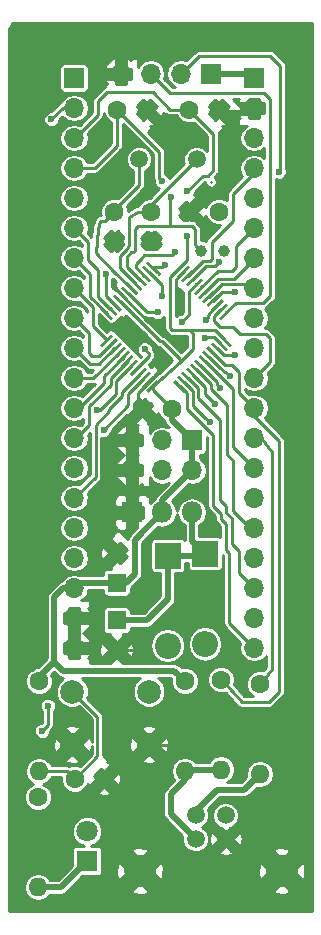
<source format=gbr>
G04 #@! TF.FileFunction,Copper,L1,Top,Signal*
%FSLAX46Y46*%
G04 Gerber Fmt 4.6, Leading zero omitted, Abs format (unit mm)*
G04 Created by KiCad (PCBNEW 4.0.7) date 10/16/19 18:47:00*
%MOMM*%
%LPD*%
G01*
G04 APERTURE LIST*
%ADD10C,0.100000*%
%ADD11R,1.700000X1.700000*%
%ADD12O,1.700000X1.700000*%
%ADD13C,1.600000*%
%ADD14C,1.500000*%
%ADD15C,1.000000*%
%ADD16R,1.600000X1.600000*%
%ADD17R,1.800000X1.800000*%
%ADD18C,1.800000*%
%ADD19R,2.200000X2.200000*%
%ADD20O,2.200000X2.200000*%
%ADD21C,1.520000*%
%ADD22C,2.700000*%
%ADD23C,2.000000*%
%ADD24O,1.600000X1.600000*%
%ADD25O,1.800000X1.800000*%
%ADD26C,0.600000*%
%ADD27C,0.250000*%
%ADD28C,0.500000*%
G04 APERTURE END LIST*
D10*
G36*
X67230821Y-49827911D02*
X67407598Y-49651134D01*
X68326837Y-50570373D01*
X68150060Y-50747150D01*
X67230821Y-49827911D01*
X67230821Y-49827911D01*
G37*
G36*
X66877268Y-50181464D02*
X67054045Y-50004687D01*
X67973284Y-50923926D01*
X67796507Y-51100703D01*
X66877268Y-50181464D01*
X66877268Y-50181464D01*
G37*
G36*
X66523714Y-50535018D02*
X66700491Y-50358241D01*
X67619730Y-51277480D01*
X67442953Y-51454257D01*
X66523714Y-50535018D01*
X66523714Y-50535018D01*
G37*
G36*
X66170161Y-50888571D02*
X66346938Y-50711794D01*
X67266177Y-51631033D01*
X67089400Y-51807810D01*
X66170161Y-50888571D01*
X66170161Y-50888571D01*
G37*
G36*
X65816608Y-51242124D02*
X65993385Y-51065347D01*
X66912624Y-51984586D01*
X66735847Y-52161363D01*
X65816608Y-51242124D01*
X65816608Y-51242124D01*
G37*
G36*
X65463054Y-51595678D02*
X65639831Y-51418901D01*
X66559070Y-52338140D01*
X66382293Y-52514917D01*
X65463054Y-51595678D01*
X65463054Y-51595678D01*
G37*
G36*
X65109501Y-51949231D02*
X65286278Y-51772454D01*
X66205517Y-52691693D01*
X66028740Y-52868470D01*
X65109501Y-51949231D01*
X65109501Y-51949231D01*
G37*
G36*
X64755947Y-52302785D02*
X64932724Y-52126008D01*
X65851963Y-53045247D01*
X65675186Y-53222024D01*
X64755947Y-52302785D01*
X64755947Y-52302785D01*
G37*
G36*
X64402394Y-52656338D02*
X64579171Y-52479561D01*
X65498410Y-53398800D01*
X65321633Y-53575577D01*
X64402394Y-52656338D01*
X64402394Y-52656338D01*
G37*
G36*
X64048841Y-53009891D02*
X64225618Y-52833114D01*
X65144857Y-53752353D01*
X64968080Y-53929130D01*
X64048841Y-53009891D01*
X64048841Y-53009891D01*
G37*
G36*
X63695287Y-53363445D02*
X63872064Y-53186668D01*
X64791303Y-54105907D01*
X64614526Y-54282684D01*
X63695287Y-53363445D01*
X63695287Y-53363445D01*
G37*
G36*
X63341734Y-53716998D02*
X63518511Y-53540221D01*
X64437750Y-54459460D01*
X64260973Y-54636237D01*
X63341734Y-53716998D01*
X63341734Y-53716998D01*
G37*
G36*
X63518511Y-56898979D02*
X63341734Y-56722202D01*
X64260973Y-55802963D01*
X64437750Y-55979740D01*
X63518511Y-56898979D01*
X63518511Y-56898979D01*
G37*
G36*
X63872064Y-57252532D02*
X63695287Y-57075755D01*
X64614526Y-56156516D01*
X64791303Y-56333293D01*
X63872064Y-57252532D01*
X63872064Y-57252532D01*
G37*
G36*
X64225618Y-57606086D02*
X64048841Y-57429309D01*
X64968080Y-56510070D01*
X65144857Y-56686847D01*
X64225618Y-57606086D01*
X64225618Y-57606086D01*
G37*
G36*
X64579171Y-57959639D02*
X64402394Y-57782862D01*
X65321633Y-56863623D01*
X65498410Y-57040400D01*
X64579171Y-57959639D01*
X64579171Y-57959639D01*
G37*
G36*
X64932724Y-58313192D02*
X64755947Y-58136415D01*
X65675186Y-57217176D01*
X65851963Y-57393953D01*
X64932724Y-58313192D01*
X64932724Y-58313192D01*
G37*
G36*
X65286278Y-58666746D02*
X65109501Y-58489969D01*
X66028740Y-57570730D01*
X66205517Y-57747507D01*
X65286278Y-58666746D01*
X65286278Y-58666746D01*
G37*
G36*
X65639831Y-59020299D02*
X65463054Y-58843522D01*
X66382293Y-57924283D01*
X66559070Y-58101060D01*
X65639831Y-59020299D01*
X65639831Y-59020299D01*
G37*
G36*
X65993385Y-59373853D02*
X65816608Y-59197076D01*
X66735847Y-58277837D01*
X66912624Y-58454614D01*
X65993385Y-59373853D01*
X65993385Y-59373853D01*
G37*
G36*
X66346938Y-59727406D02*
X66170161Y-59550629D01*
X67089400Y-58631390D01*
X67266177Y-58808167D01*
X66346938Y-59727406D01*
X66346938Y-59727406D01*
G37*
G36*
X66700491Y-60080959D02*
X66523714Y-59904182D01*
X67442953Y-58984943D01*
X67619730Y-59161720D01*
X66700491Y-60080959D01*
X66700491Y-60080959D01*
G37*
G36*
X67054045Y-60434513D02*
X66877268Y-60257736D01*
X67796507Y-59338497D01*
X67973284Y-59515274D01*
X67054045Y-60434513D01*
X67054045Y-60434513D01*
G37*
G36*
X67407598Y-60788066D02*
X67230821Y-60611289D01*
X68150060Y-59692050D01*
X68326837Y-59868827D01*
X67407598Y-60788066D01*
X67407598Y-60788066D01*
G37*
G36*
X69493563Y-59868827D02*
X69670340Y-59692050D01*
X70589579Y-60611289D01*
X70412802Y-60788066D01*
X69493563Y-59868827D01*
X69493563Y-59868827D01*
G37*
G36*
X69847116Y-59515274D02*
X70023893Y-59338497D01*
X70943132Y-60257736D01*
X70766355Y-60434513D01*
X69847116Y-59515274D01*
X69847116Y-59515274D01*
G37*
G36*
X70200670Y-59161720D02*
X70377447Y-58984943D01*
X71296686Y-59904182D01*
X71119909Y-60080959D01*
X70200670Y-59161720D01*
X70200670Y-59161720D01*
G37*
G36*
X70554223Y-58808167D02*
X70731000Y-58631390D01*
X71650239Y-59550629D01*
X71473462Y-59727406D01*
X70554223Y-58808167D01*
X70554223Y-58808167D01*
G37*
G36*
X70907776Y-58454614D02*
X71084553Y-58277837D01*
X72003792Y-59197076D01*
X71827015Y-59373853D01*
X70907776Y-58454614D01*
X70907776Y-58454614D01*
G37*
G36*
X71261330Y-58101060D02*
X71438107Y-57924283D01*
X72357346Y-58843522D01*
X72180569Y-59020299D01*
X71261330Y-58101060D01*
X71261330Y-58101060D01*
G37*
G36*
X71614883Y-57747507D02*
X71791660Y-57570730D01*
X72710899Y-58489969D01*
X72534122Y-58666746D01*
X71614883Y-57747507D01*
X71614883Y-57747507D01*
G37*
G36*
X71968437Y-57393953D02*
X72145214Y-57217176D01*
X73064453Y-58136415D01*
X72887676Y-58313192D01*
X71968437Y-57393953D01*
X71968437Y-57393953D01*
G37*
G36*
X72321990Y-57040400D02*
X72498767Y-56863623D01*
X73418006Y-57782862D01*
X73241229Y-57959639D01*
X72321990Y-57040400D01*
X72321990Y-57040400D01*
G37*
G36*
X72675543Y-56686847D02*
X72852320Y-56510070D01*
X73771559Y-57429309D01*
X73594782Y-57606086D01*
X72675543Y-56686847D01*
X72675543Y-56686847D01*
G37*
G36*
X73029097Y-56333293D02*
X73205874Y-56156516D01*
X74125113Y-57075755D01*
X73948336Y-57252532D01*
X73029097Y-56333293D01*
X73029097Y-56333293D01*
G37*
G36*
X73382650Y-55979740D02*
X73559427Y-55802963D01*
X74478666Y-56722202D01*
X74301889Y-56898979D01*
X73382650Y-55979740D01*
X73382650Y-55979740D01*
G37*
G36*
X73559427Y-54636237D02*
X73382650Y-54459460D01*
X74301889Y-53540221D01*
X74478666Y-53716998D01*
X73559427Y-54636237D01*
X73559427Y-54636237D01*
G37*
G36*
X73205874Y-54282684D02*
X73029097Y-54105907D01*
X73948336Y-53186668D01*
X74125113Y-53363445D01*
X73205874Y-54282684D01*
X73205874Y-54282684D01*
G37*
G36*
X72852320Y-53929130D02*
X72675543Y-53752353D01*
X73594782Y-52833114D01*
X73771559Y-53009891D01*
X72852320Y-53929130D01*
X72852320Y-53929130D01*
G37*
G36*
X72498767Y-53575577D02*
X72321990Y-53398800D01*
X73241229Y-52479561D01*
X73418006Y-52656338D01*
X72498767Y-53575577D01*
X72498767Y-53575577D01*
G37*
G36*
X72145214Y-53222024D02*
X71968437Y-53045247D01*
X72887676Y-52126008D01*
X73064453Y-52302785D01*
X72145214Y-53222024D01*
X72145214Y-53222024D01*
G37*
G36*
X71791660Y-52868470D02*
X71614883Y-52691693D01*
X72534122Y-51772454D01*
X72710899Y-51949231D01*
X71791660Y-52868470D01*
X71791660Y-52868470D01*
G37*
G36*
X71438107Y-52514917D02*
X71261330Y-52338140D01*
X72180569Y-51418901D01*
X72357346Y-51595678D01*
X71438107Y-52514917D01*
X71438107Y-52514917D01*
G37*
G36*
X71084553Y-52161363D02*
X70907776Y-51984586D01*
X71827015Y-51065347D01*
X72003792Y-51242124D01*
X71084553Y-52161363D01*
X71084553Y-52161363D01*
G37*
G36*
X70731000Y-51807810D02*
X70554223Y-51631033D01*
X71473462Y-50711794D01*
X71650239Y-50888571D01*
X70731000Y-51807810D01*
X70731000Y-51807810D01*
G37*
G36*
X70377447Y-51454257D02*
X70200670Y-51277480D01*
X71119909Y-50358241D01*
X71296686Y-50535018D01*
X70377447Y-51454257D01*
X70377447Y-51454257D01*
G37*
G36*
X70023893Y-51100703D02*
X69847116Y-50923926D01*
X70766355Y-50004687D01*
X70943132Y-50181464D01*
X70023893Y-51100703D01*
X70023893Y-51100703D01*
G37*
G36*
X69670340Y-50747150D02*
X69493563Y-50570373D01*
X70412802Y-49651134D01*
X70589579Y-49827911D01*
X69670340Y-50747150D01*
X69670340Y-50747150D01*
G37*
D11*
X61110000Y-34158000D03*
D12*
X61110000Y-36698000D03*
X61110000Y-39238000D03*
X61110000Y-41778000D03*
X61110000Y-44318000D03*
X61110000Y-46858000D03*
X61110000Y-49398000D03*
X61110000Y-51938000D03*
X61110000Y-54478000D03*
X61110000Y-57018000D03*
X61110000Y-59558000D03*
X61110000Y-62098000D03*
X61110000Y-64638000D03*
X61110000Y-67178000D03*
X61110000Y-69718000D03*
X61110000Y-72258000D03*
X61110000Y-74798000D03*
X61110000Y-77338000D03*
X61110000Y-79878000D03*
X61110000Y-82418000D03*
D11*
X76350000Y-34158000D03*
D12*
X76350000Y-36698000D03*
X76350000Y-39238000D03*
X76350000Y-41778000D03*
X76350000Y-44318000D03*
X76350000Y-46858000D03*
X76350000Y-49398000D03*
X76350000Y-51938000D03*
X76350000Y-54478000D03*
X76350000Y-57018000D03*
X76350000Y-59558000D03*
X76350000Y-62098000D03*
X76350000Y-64638000D03*
X76350000Y-67178000D03*
X76350000Y-69718000D03*
X76350000Y-72258000D03*
X76350000Y-74798000D03*
X76350000Y-77338000D03*
X76350000Y-79878000D03*
X76350000Y-82418000D03*
D13*
X67627500Y-45466000D03*
X67627500Y-47966000D03*
X64516000Y-45466000D03*
X64516000Y-47966000D03*
X70866000Y-36830000D03*
X73366000Y-36830000D03*
X64770000Y-36830000D03*
X67270000Y-36830000D03*
D11*
X72694800Y-33807400D03*
D12*
X70154800Y-33807400D03*
X67614800Y-33807400D03*
X65074800Y-33807400D03*
D14*
X71501000Y-41021000D03*
X66621000Y-41021000D03*
D15*
X71882000Y-48768000D03*
X73782000Y-48768000D03*
D13*
X70866000Y-45466000D03*
X73366000Y-45466000D03*
D16*
X64709040Y-80076040D03*
D13*
X64709040Y-82576040D03*
X66865500Y-62166500D03*
X69365500Y-62166500D03*
D16*
X64731900Y-76885800D03*
D13*
X64731900Y-74385800D03*
X61153040Y-93497400D03*
X63653040Y-93497400D03*
D17*
X62219840Y-100472240D03*
D18*
X62219840Y-97932240D03*
D19*
X69049900Y-74587100D03*
D20*
X69049900Y-82207100D03*
D19*
X72199500Y-74447400D03*
D20*
X72199500Y-82067400D03*
D21*
X71414640Y-96586040D03*
X73954640Y-96586040D03*
X73954640Y-98586040D03*
X71414640Y-98586040D03*
D22*
X66684640Y-101286040D03*
X78684640Y-101286040D03*
D11*
X71120000Y-64833500D03*
D12*
X71120000Y-67373500D03*
X68580000Y-64833500D03*
X68580000Y-67373500D03*
X66040000Y-64833500D03*
X66040000Y-67373500D03*
D23*
X60960000Y-90606000D03*
X60960000Y-86106000D03*
X67460000Y-90606000D03*
X67460000Y-86106000D03*
D13*
X70485000Y-85217000D03*
D24*
X70485000Y-92837000D03*
D13*
X73533000Y-85090000D03*
D24*
X73533000Y-92710000D03*
D13*
X76835000Y-85471000D03*
D24*
X76835000Y-93091000D03*
D13*
X58140600Y-85232240D03*
D24*
X58140600Y-92852240D03*
D13*
X58064400Y-95062040D03*
D24*
X58064400Y-102682040D03*
D17*
X66027300Y-70942200D03*
D25*
X68567300Y-70942200D03*
X71107300Y-70942200D03*
D26*
X68557140Y-52590700D03*
X58887360Y-87294720D03*
X58399680Y-89428320D03*
X59182000Y-37655500D03*
X68534280Y-55397400D03*
X68473320Y-58338720D03*
X78846680Y-98628200D03*
X78958440Y-97063560D03*
X78846680Y-95498920D03*
X78846680Y-93878400D03*
X78958440Y-91978480D03*
X79181960Y-89966800D03*
X79237840Y-88011000D03*
X79405480Y-86166960D03*
X79573120Y-84490560D03*
X79400400Y-81495900D03*
X79400400Y-78676500D03*
X79324200Y-76085700D03*
X79438500Y-73609200D03*
X79400400Y-71247000D03*
X79438500Y-68770500D03*
X79438500Y-66065400D03*
X79514700Y-63588900D03*
X79476600Y-60998100D03*
X79438500Y-58483500D03*
X79438500Y-55892700D03*
X79324200Y-53187600D03*
X79514700Y-50634900D03*
X79265780Y-48168560D03*
X80103980Y-45626020D03*
X80131920Y-43111420D03*
X80020160Y-40848280D03*
X79438500Y-38176200D03*
X79552800Y-35433000D03*
X79362300Y-32842200D03*
X78447900Y-31546800D03*
X76200000Y-31623000D03*
X74523600Y-31508700D03*
X71437500Y-31280100D03*
X68770500Y-31470600D03*
X66294000Y-31623000D03*
X80774540Y-98907600D03*
X80746600Y-100248720D03*
X80858360Y-101645720D03*
X80355440Y-103154480D03*
X79181960Y-103657400D03*
X77617320Y-103769160D03*
X75940920Y-103489760D03*
X74543920Y-103489760D03*
X73258680Y-103545640D03*
X71861680Y-103713280D03*
X70464680Y-103769160D03*
X69067680Y-103713280D03*
X67447160Y-103657400D03*
X65913000Y-103555800D03*
X64350900Y-103517700D03*
X62674500Y-103251000D03*
X61412120Y-102735380D03*
X60071000Y-101450140D03*
X59568080Y-100360480D03*
X58422540Y-99298760D03*
X57388760Y-97873820D03*
X56606440Y-97035620D03*
X56690260Y-95247460D03*
X56382920Y-93599000D03*
X57221120Y-91447620D03*
X57444640Y-89575640D03*
X57416700Y-87955120D03*
X56997600Y-86781640D03*
X58140600Y-83667600D03*
X58407300Y-81153000D03*
X58407300Y-78600300D03*
X58293000Y-76009500D03*
X58293000Y-73571100D03*
X58331100Y-71170800D03*
X58293000Y-68541900D03*
X58366660Y-65994280D03*
X58366660Y-63423800D03*
X58338720Y-60797440D03*
X58562240Y-58450480D03*
X58478420Y-55656480D03*
X58394600Y-53141880D03*
X58310780Y-50739040D03*
X58506360Y-48196500D03*
X58310780Y-45514260D03*
X58254900Y-43195240D03*
X58226960Y-41127680D03*
X58199020Y-39590980D03*
X58140600Y-38023800D03*
X58635900Y-35661600D03*
X58940700Y-32346900D03*
X59969400Y-31432500D03*
X61302900Y-31394400D03*
X62865000Y-31432500D03*
X64510920Y-51676300D03*
X70073520Y-52852320D03*
X72212200Y-56210200D03*
X69342000Y-40894000D03*
X65176400Y-40436800D03*
X70866000Y-69138800D03*
X70205600Y-78435200D03*
X72339200Y-88290400D03*
X70675500Y-43751500D03*
X69659500Y-48895000D03*
X68516500Y-42862500D03*
X69342000Y-44196000D03*
X68199000Y-53975000D03*
X70675500Y-47561500D03*
X78435200Y-42103040D03*
X74739500Y-57594500D03*
X68818760Y-49956720D03*
X63792100Y-50784760D03*
X73380600Y-49743360D03*
X74736960Y-52265580D03*
X72288400Y-54610000D03*
X74295000Y-59359800D03*
X63055500Y-62293500D03*
X73482200Y-60375800D03*
X63614300Y-63944500D03*
X73075800Y-61798200D03*
X72644000Y-63271400D03*
X70238620Y-54785260D03*
X67106800Y-57127140D03*
D27*
X72689798Y-42965969D02*
X72731031Y-42965969D01*
X72689798Y-42965969D02*
X72731031Y-42965969D01*
X72689798Y-42965969D02*
X72731031Y-42965969D01*
X67425276Y-50552695D02*
X67458935Y-50552695D01*
X67458935Y-50552695D02*
X68557140Y-51650900D01*
X68557140Y-51650900D02*
X68557140Y-52590700D01*
X68557140Y-52590700D02*
X68475221Y-52590700D01*
X58887360Y-88940640D02*
X58887360Y-87294720D01*
X58399680Y-89428320D02*
X58887360Y-88940640D01*
X60139500Y-36698000D02*
X59182000Y-37655500D01*
X61110000Y-36698000D02*
X60139500Y-36698000D01*
X67425276Y-50552695D02*
X67425276Y-50559676D01*
D28*
X64709040Y-80076040D02*
X67284600Y-80076040D01*
X69049900Y-78310740D02*
X69049900Y-74587100D01*
X67284600Y-80076040D02*
X69049900Y-78310740D01*
X69049900Y-74587100D02*
X72059800Y-74587100D01*
X72059800Y-74587100D02*
X72199500Y-74447400D01*
X71107300Y-70942200D02*
X71107300Y-73355200D01*
X71107300Y-73355200D02*
X72199500Y-74447400D01*
D27*
X67379978Y-54787800D02*
X67452240Y-54787800D01*
X65303955Y-52711777D02*
X67379978Y-54787800D01*
X68061840Y-55397400D02*
X68534280Y-55397400D01*
X67452240Y-54787800D02*
X68061840Y-55397400D01*
X67425276Y-59886505D02*
X67474175Y-59886505D01*
X67474175Y-59886505D02*
X68473320Y-58887360D01*
X68473320Y-58887360D02*
X68473320Y-58338720D01*
X67425276Y-59886505D02*
X67436075Y-59886505D01*
X65074800Y-33807400D02*
X65074800Y-31602680D01*
X78846680Y-97175320D02*
X78846680Y-98628200D01*
X78958440Y-97063560D02*
X78846680Y-97175320D01*
X78846680Y-93878400D02*
X78846680Y-95498920D01*
X78958440Y-90190320D02*
X78958440Y-91978480D01*
X79181960Y-89966800D02*
X78958440Y-90190320D01*
X79237840Y-86334600D02*
X79237840Y-88011000D01*
X79405480Y-86166960D02*
X79237840Y-86334600D01*
X79573120Y-81668620D02*
X79573120Y-84490560D01*
X79400400Y-81495900D02*
X79573120Y-81668620D01*
X79400400Y-76161900D02*
X79400400Y-78676500D01*
X79324200Y-76085700D02*
X79400400Y-76161900D01*
X79438500Y-71285100D02*
X79438500Y-73609200D01*
X79400400Y-71247000D02*
X79438500Y-71285100D01*
X79438500Y-66065400D02*
X79438500Y-68770500D01*
X79514700Y-61036200D02*
X79514700Y-63588900D01*
X79476600Y-60998100D02*
X79514700Y-61036200D01*
X79438500Y-55892700D02*
X79438500Y-58483500D01*
X79324200Y-50825400D02*
X79324200Y-53187600D01*
X79514700Y-50634900D02*
X79324200Y-50825400D01*
X79265780Y-46464220D02*
X79265780Y-48168560D01*
X80103980Y-45626020D02*
X79265780Y-46464220D01*
X80131920Y-40960040D02*
X80131920Y-43111420D01*
X80020160Y-40848280D02*
X80131920Y-40960040D01*
X79438500Y-35547300D02*
X79438500Y-38176200D01*
X79552800Y-35433000D02*
X79438500Y-35547300D01*
X79362300Y-32461200D02*
X79362300Y-32842200D01*
X78447900Y-31546800D02*
X79362300Y-32461200D01*
X74637900Y-31623000D02*
X76200000Y-31623000D01*
X74523600Y-31508700D02*
X74637900Y-31623000D01*
X68961000Y-31280100D02*
X71437500Y-31280100D01*
X68770500Y-31470600D02*
X68961000Y-31280100D01*
X65095120Y-31623000D02*
X66294000Y-31623000D01*
X65074800Y-31602680D02*
X65095120Y-31623000D01*
X80774540Y-98907600D02*
X78684640Y-100997500D01*
X80746600Y-101533960D02*
X80746600Y-100248720D01*
X80858360Y-101645720D02*
X80746600Y-101533960D01*
X79684880Y-103154480D02*
X80355440Y-103154480D01*
X79181960Y-103657400D02*
X79684880Y-103154480D01*
X76220320Y-103769160D02*
X77617320Y-103769160D01*
X75940920Y-103489760D02*
X76220320Y-103769160D01*
X73314560Y-103489760D02*
X74543920Y-103489760D01*
X73258680Y-103545640D02*
X73314560Y-103489760D01*
X70520560Y-103713280D02*
X71861680Y-103713280D01*
X70464680Y-103769160D02*
X70520560Y-103713280D01*
X67503040Y-103713280D02*
X69067680Y-103713280D01*
X67447160Y-103657400D02*
X67503040Y-103713280D01*
X64389000Y-103555800D02*
X65913000Y-103555800D01*
X64350900Y-103517700D02*
X64389000Y-103555800D01*
X61927740Y-103251000D02*
X62674500Y-103251000D01*
X61412120Y-102735380D02*
X61927740Y-103251000D01*
X60071000Y-100863400D02*
X60071000Y-101450140D01*
X59568080Y-100360480D02*
X60071000Y-100863400D01*
X58422540Y-98907600D02*
X58422540Y-99298760D01*
X57388760Y-97873820D02*
X58422540Y-98907600D01*
X56606440Y-95331280D02*
X56606440Y-97035620D01*
X56690260Y-95247460D02*
X56606440Y-95331280D01*
X56690260Y-93291660D02*
X56382920Y-93599000D01*
X56690260Y-91978480D02*
X56690260Y-93291660D01*
X57221120Y-91447620D02*
X56690260Y-91978480D01*
X57444640Y-87983060D02*
X57444640Y-89575640D01*
X57416700Y-87955120D02*
X57444640Y-87983060D01*
X56959500Y-86743540D02*
X56997600Y-86781640D01*
X56959500Y-84315300D02*
X56959500Y-86743540D01*
X56921400Y-84277200D02*
X56959500Y-84315300D01*
X57531000Y-84277200D02*
X56921400Y-84277200D01*
X58140600Y-83667600D02*
X57531000Y-84277200D01*
X58407300Y-78600300D02*
X58407300Y-81153000D01*
X58293000Y-73571100D02*
X58293000Y-76009500D01*
X58331100Y-68580000D02*
X58331100Y-71170800D01*
X58293000Y-68541900D02*
X58331100Y-68580000D01*
X58366660Y-63423800D02*
X58366660Y-65994280D01*
X58338720Y-58674000D02*
X58338720Y-60797440D01*
X58562240Y-58450480D02*
X58338720Y-58674000D01*
X58478420Y-53225700D02*
X58478420Y-55656480D01*
X58394600Y-53141880D02*
X58478420Y-53225700D01*
X58310780Y-48392080D02*
X58310780Y-50739040D01*
X58506360Y-48196500D02*
X58310780Y-48392080D01*
X58310780Y-43251120D02*
X58310780Y-45514260D01*
X58254900Y-43195240D02*
X58310780Y-43251120D01*
X58226960Y-39618920D02*
X58226960Y-41127680D01*
X58199020Y-39590980D02*
X58226960Y-39618920D01*
X58140600Y-36156900D02*
X58140600Y-38023800D01*
X58635900Y-35661600D02*
X58140600Y-36156900D01*
X59055000Y-32346900D02*
X58940700Y-32346900D01*
X59969400Y-31432500D02*
X59055000Y-32346900D01*
X62826900Y-31394400D02*
X61302900Y-31394400D01*
X62865000Y-31432500D02*
X62826900Y-31394400D01*
X78684640Y-100997500D02*
X78684640Y-101286040D01*
X64566800Y-51936861D02*
X65303955Y-52674016D01*
X64566800Y-51732180D02*
X64566800Y-51936861D01*
X64510920Y-51676300D02*
X64566800Y-51732180D01*
X69753480Y-51194339D02*
X69753480Y-52555140D01*
X70050660Y-52852320D02*
X70073520Y-52852320D01*
X69753480Y-52555140D02*
X70050660Y-52852320D01*
X65303955Y-52674016D02*
X65303955Y-52711777D01*
X69753480Y-51194339D02*
X70395124Y-50552695D01*
X69753480Y-51328320D02*
X69753480Y-51194339D01*
X66865500Y-62166500D02*
X66865500Y-61925200D01*
X66865500Y-61925200D02*
X66497200Y-61556900D01*
X66497200Y-61556900D02*
X66497200Y-60814581D01*
X66497200Y-60814581D02*
X67425276Y-59886505D01*
X67425276Y-59886505D02*
X67469095Y-59886505D01*
X73577105Y-56704524D02*
X73544724Y-56704524D01*
X73544724Y-56704524D02*
X72923400Y-56083200D01*
X72339200Y-56083200D02*
X72212200Y-56210200D01*
X72923400Y-56083200D02*
X72339200Y-56083200D01*
X69342000Y-40894000D02*
X69392800Y-40843200D01*
X69392800Y-40843200D02*
X69392800Y-40284400D01*
X64820800Y-40792400D02*
X64820800Y-41249600D01*
X65176400Y-40436800D02*
X64820800Y-40792400D01*
X70866000Y-69138800D02*
X71628000Y-69138800D01*
X64709040Y-82576040D02*
X66064760Y-82576040D01*
X66064760Y-82576040D02*
X70205600Y-78435200D01*
X67460000Y-90606000D02*
X70023600Y-90606000D01*
X70023600Y-90606000D02*
X72339200Y-88290400D01*
X70395124Y-50552695D02*
X70395124Y-50590578D01*
X65303955Y-52674016D02*
X65262256Y-52674016D01*
X65303955Y-52674016D02*
X65335916Y-52674016D01*
X73577105Y-56704524D02*
X73570124Y-56704524D01*
X65303955Y-52674016D02*
X65303955Y-52692855D01*
X65303955Y-52674016D02*
X65348616Y-52674016D01*
X70395124Y-50552695D02*
X70395124Y-50565178D01*
D28*
X65481200Y-66814700D02*
X66040000Y-67373500D01*
X66040000Y-64833500D02*
X66040000Y-62992000D01*
X66040000Y-62992000D02*
X66865500Y-62166500D01*
D27*
X67425276Y-59886505D02*
X67419693Y-59886505D01*
X67425276Y-59886505D02*
X67425276Y-59879524D01*
D28*
X73366000Y-37084000D02*
X75964000Y-37084000D01*
X75964000Y-37084000D02*
X76350000Y-36698000D01*
X61762000Y-82067400D02*
X61787400Y-82042000D01*
D27*
X65024000Y-49690020D02*
X65024000Y-50272739D01*
X65024000Y-50272739D02*
X66364616Y-51613355D01*
X65024000Y-49212500D02*
X65563750Y-48672750D01*
X65024000Y-49974500D02*
X65024000Y-49690020D01*
X65024000Y-49690020D02*
X65024000Y-49212500D01*
X67627500Y-45466000D02*
X67627500Y-44894500D01*
X67627500Y-44894500D02*
X71501000Y-41021000D01*
X66364616Y-51613355D02*
X66364616Y-51594516D01*
X66484500Y-45466000D02*
X67627500Y-45466000D01*
X65786000Y-45910500D02*
X66484500Y-45466000D01*
X65786000Y-48323500D02*
X65786000Y-45910500D01*
X65563750Y-48672750D02*
X65786000Y-48323500D01*
X63722250Y-46259750D02*
X63341250Y-46259750D01*
X62927805Y-49006150D02*
X64529842Y-50600537D01*
X63119000Y-46926500D02*
X62927805Y-49006150D01*
X63341250Y-46259750D02*
X63119000Y-46926500D01*
X66011062Y-51966909D02*
X65975009Y-51966909D01*
X65975009Y-51966909D02*
X64529842Y-50600537D01*
X63722250Y-46259750D02*
X64516000Y-45466000D01*
X64516000Y-45466000D02*
X64516000Y-45339000D01*
X64516000Y-45339000D02*
X66621000Y-43234000D01*
X66621000Y-43234000D02*
X66621000Y-41021000D01*
X66011062Y-51966909D02*
X66011062Y-51939462D01*
X66751200Y-49453800D02*
X66751200Y-49461420D01*
X66324480Y-50159007D02*
X67071722Y-50906249D01*
X66324480Y-49888140D02*
X66324480Y-50159007D01*
X66751200Y-49461420D02*
X66324480Y-49888140D01*
X70866000Y-36830000D02*
X69240400Y-36830000D01*
X69240400Y-36830000D02*
X67779900Y-35369500D01*
X72898000Y-38862000D02*
X70866000Y-36830000D01*
X72898000Y-41973500D02*
X72898000Y-38862000D01*
X72453500Y-42418000D02*
X72898000Y-41973500D01*
X72009000Y-42418000D02*
X72453500Y-42418000D01*
X70675500Y-43751500D02*
X72009000Y-42418000D01*
X67071722Y-50906249D02*
X67071722Y-50841122D01*
X69405500Y-49149000D02*
X69659500Y-48895000D01*
X67056000Y-49149000D02*
X69405500Y-49149000D01*
X66675000Y-49530000D02*
X66751200Y-49453800D01*
X66751200Y-49453800D02*
X67056000Y-49149000D01*
X61110000Y-39238000D02*
X61155500Y-39238000D01*
X61155500Y-39238000D02*
X63119000Y-37274500D01*
X63119000Y-37274500D02*
X63119000Y-36131500D01*
X63119000Y-36131500D02*
X63881000Y-35369500D01*
X63881000Y-35369500D02*
X67779900Y-35369500D01*
X73782000Y-48768000D02*
X73782000Y-48382000D01*
X67071722Y-50906249D02*
X67071722Y-50904622D01*
X65595500Y-49846102D02*
X65595500Y-50137133D01*
X66135250Y-48926750D02*
X66236002Y-48825998D01*
X66236002Y-48825998D02*
X66236002Y-46984498D01*
X66236002Y-46984498D02*
X66548000Y-46672500D01*
X69215000Y-46672500D02*
X66548000Y-46672500D01*
X65946148Y-48926750D02*
X65595500Y-49277398D01*
X65595500Y-49277398D02*
X65595500Y-49846102D01*
X66135250Y-48926750D02*
X65946148Y-48926750D01*
X65595500Y-50137133D02*
X66718169Y-51259802D01*
X69215000Y-46672500D02*
X71120000Y-46672500D01*
X71374000Y-48260000D02*
X71882000Y-48768000D01*
X71374000Y-46926500D02*
X71374000Y-48260000D01*
X71120000Y-46672500D02*
X71374000Y-46926500D01*
X69215000Y-46672500D02*
X69215000Y-44323000D01*
X68326000Y-40386000D02*
X64770000Y-36830000D01*
X68326000Y-42672000D02*
X68326000Y-40386000D01*
X68516500Y-42862500D02*
X68326000Y-42672000D01*
X69215000Y-44323000D02*
X69342000Y-44196000D01*
X61110000Y-41778000D02*
X62870000Y-41778000D01*
X62870000Y-41778000D02*
X64770000Y-39878000D01*
X64770000Y-39878000D02*
X64770000Y-36830000D01*
X66718169Y-51259802D02*
X66718169Y-51249569D01*
X64770000Y-36893500D02*
X64770000Y-36830000D01*
X65657509Y-52320462D02*
X65657509Y-52337749D01*
X65657509Y-52337749D02*
X67294760Y-53975000D01*
X67294760Y-53975000D02*
X68199000Y-53975000D01*
X58140600Y-92852240D02*
X60507880Y-92852240D01*
X60507880Y-92852240D02*
X61153040Y-93497400D01*
X61153040Y-93497400D02*
X61188600Y-93497400D01*
X61188600Y-93497400D02*
X63093600Y-91592400D01*
X63093600Y-91592400D02*
X63093600Y-88239600D01*
X63093600Y-88239600D02*
X60960000Y-86106000D01*
X65657509Y-52320462D02*
X65657509Y-52341009D01*
D28*
X71414640Y-96586040D02*
X71414640Y-96189800D01*
X71414640Y-96189800D02*
X73192640Y-94411800D01*
X73192640Y-94411800D02*
X75514200Y-94411800D01*
X75514200Y-94411800D02*
X76835000Y-93091000D01*
X73533000Y-92710000D02*
X70612000Y-92710000D01*
X70612000Y-92710000D02*
X70485000Y-92837000D01*
X70485000Y-92837000D02*
X70485000Y-93578680D01*
X70485000Y-93578680D02*
X69306440Y-94757240D01*
X69306440Y-94757240D02*
X69306440Y-96477840D01*
X69306440Y-96477840D02*
X71414640Y-98586040D01*
D27*
X70047662Y-58193940D02*
X70047662Y-57977582D01*
X70047662Y-57977582D02*
X68534280Y-56464200D01*
X68534280Y-56464200D02*
X68419980Y-56464200D01*
X64983349Y-53027569D02*
X67454780Y-55499000D01*
X68419980Y-56464200D02*
X67454780Y-55499000D01*
X64950402Y-53027569D02*
X64983349Y-53027569D01*
X69245480Y-52095400D02*
X69245480Y-55300880D01*
X69245480Y-55300880D02*
X69443600Y-55499000D01*
X69245480Y-50995233D02*
X70041571Y-50199142D01*
X69245480Y-52095400D02*
X69245480Y-50995233D01*
X70041571Y-50199142D02*
X70041571Y-50171549D01*
X70041571Y-50171549D02*
X70675500Y-49537620D01*
X70675500Y-49537620D02*
X70675500Y-47561500D01*
X67778829Y-60240058D02*
X67778829Y-60579829D01*
X67778829Y-60579829D02*
X69365500Y-62166500D01*
X73025000Y-55499000D02*
X73078687Y-55499000D01*
X73078687Y-55499000D02*
X73930658Y-56350971D01*
D28*
X72694800Y-33807400D02*
X75999400Y-33807400D01*
X75999400Y-33807400D02*
X76350000Y-34158000D01*
X68567300Y-70942200D02*
X68567300Y-69926200D01*
X68567300Y-69926200D02*
X71120000Y-67373500D01*
X58140600Y-85232240D02*
X58140600Y-84861400D01*
X58140600Y-84861400D02*
X59436000Y-83566000D01*
X61110000Y-77338000D02*
X60203000Y-77338000D01*
X69596000Y-84328000D02*
X70485000Y-85217000D01*
X60198000Y-84328000D02*
X69596000Y-84328000D01*
X59436000Y-83566000D02*
X60198000Y-84328000D01*
X59436000Y-78105000D02*
X59436000Y-83566000D01*
X60203000Y-77338000D02*
X59436000Y-78105000D01*
X64731900Y-76885800D02*
X61562200Y-76885800D01*
X61562200Y-76885800D02*
X61110000Y-77338000D01*
X64731900Y-76885800D02*
X65532000Y-76885800D01*
X66258440Y-73251060D02*
X68567300Y-70942200D01*
X66258440Y-76159360D02*
X66258440Y-73251060D01*
X65532000Y-76885800D02*
X66258440Y-76159360D01*
X71120000Y-64833500D02*
X71120000Y-67373500D01*
X69365500Y-62166500D02*
X69365500Y-63079000D01*
X69365500Y-63079000D02*
X71120000Y-64833500D01*
D27*
X71215250Y-57118250D02*
X71215250Y-56464200D01*
X71215250Y-56464200D02*
X71215250Y-55784750D01*
X71215250Y-55784750D02*
X70929500Y-55499000D01*
X69443600Y-55499000D02*
X69646800Y-55499000D01*
X69646800Y-55499000D02*
X70929500Y-55499000D01*
X67778829Y-60240058D02*
X67826742Y-60240058D01*
X67826742Y-60240058D02*
X70047662Y-58193940D01*
X70047662Y-58193940D02*
X71215250Y-57118250D01*
X73025000Y-55499000D02*
X70929500Y-55499000D01*
D28*
X76350000Y-34158000D02*
X76068000Y-34158000D01*
D27*
X73152000Y-45466000D02*
X73366000Y-45466000D01*
X73223551Y-57058078D02*
X73237878Y-57058078D01*
X73237878Y-57058078D02*
X73774300Y-57594500D01*
X71688960Y-32273240D02*
X70154800Y-33807400D01*
X78567280Y-33111440D02*
X77729080Y-32273240D01*
X78567280Y-41970960D02*
X78567280Y-33111440D01*
X78435200Y-42103040D02*
X78567280Y-41970960D01*
X77729080Y-32273240D02*
X71688960Y-32273240D01*
X73774300Y-57594500D02*
X74739500Y-57594500D01*
X73223551Y-57058078D02*
X73212478Y-57058078D01*
X73223551Y-57058078D02*
X73223551Y-57118553D01*
X73223551Y-57058078D02*
X73225178Y-57058078D01*
X73930658Y-54088229D02*
X74805887Y-53213000D01*
X77660500Y-52641500D02*
X77089000Y-53213000D01*
X74914760Y-53213000D02*
X74805887Y-53213000D01*
X77089000Y-53213000D02*
X74914760Y-53213000D01*
X77216000Y-35433000D02*
X71602600Y-35433000D01*
X77724000Y-52641500D02*
X77724000Y-35941000D01*
X77724000Y-35941000D02*
X77216000Y-35433000D01*
X77724000Y-52641500D02*
X77660500Y-52641500D01*
X71602600Y-35433000D02*
X69240400Y-35433000D01*
X69240400Y-35433000D02*
X67614800Y-33807400D01*
X71602600Y-35433000D02*
X71374000Y-35433000D01*
X68576338Y-50199142D02*
X67778829Y-50199142D01*
X68818760Y-49956720D02*
X68576338Y-50199142D01*
X68295867Y-50716180D02*
X67778829Y-50199142D01*
X61110000Y-34267000D02*
X61110000Y-34158000D01*
X67778829Y-50199142D02*
X67826742Y-50199142D01*
X72771000Y-49187100D02*
X72771000Y-49453378D01*
X72010627Y-49644300D02*
X70748678Y-50906249D01*
X72580078Y-49644300D02*
X72010627Y-49644300D01*
X72771000Y-49453378D02*
X72580078Y-49644300D01*
X70748678Y-50906249D02*
X70810551Y-50906249D01*
X74549000Y-44005500D02*
X76350000Y-42204500D01*
X74549000Y-46228000D02*
X74549000Y-44005500D01*
X72771000Y-48006000D02*
X74549000Y-46228000D01*
X72771000Y-49212500D02*
X72771000Y-49187100D01*
X72771000Y-49187100D02*
X72771000Y-48006000D01*
X76350000Y-42204500D02*
X76350000Y-41778000D01*
X63809880Y-52594153D02*
X64596849Y-53381122D01*
X63807340Y-50800000D02*
X63809880Y-52594153D01*
X63792100Y-50784760D02*
X63807340Y-50800000D01*
X64596849Y-53381122D02*
X64596849Y-53319249D01*
X64596849Y-53381122D02*
X64595222Y-53381122D01*
X60452000Y-44069000D02*
X60579000Y-44069000D01*
X72252913Y-50109120D02*
X71102231Y-51259802D01*
X73014840Y-50109120D02*
X72252913Y-50109120D01*
X73380600Y-49743360D02*
X73014840Y-50109120D01*
X71102231Y-51259802D02*
X71155498Y-51259802D01*
X64243295Y-53734676D02*
X64189316Y-53734676D01*
X64189316Y-53734676D02*
X63129160Y-52674520D01*
X62306200Y-48054200D02*
X61110000Y-46858000D01*
X62306200Y-49585880D02*
X62306200Y-48054200D01*
X63129160Y-50408840D02*
X62306200Y-49585880D01*
X63129160Y-52674520D02*
X63129160Y-50408840D01*
X64243295Y-53734676D02*
X64243295Y-53727695D01*
X64243295Y-53734676D02*
X64243295Y-53665593D01*
X71809338Y-51966909D02*
X71809338Y-51962322D01*
X71809338Y-51962322D02*
X73304400Y-50467260D01*
X73304400Y-50467260D02*
X74508360Y-50467260D01*
X74508360Y-50467260D02*
X74820780Y-50154840D01*
X74820780Y-50154840D02*
X74820780Y-48387220D01*
X74820780Y-48387220D02*
X76350000Y-46858000D01*
X63889742Y-54088229D02*
X63889742Y-54075182D01*
X63889742Y-54075182D02*
X62491620Y-52677060D01*
X62491620Y-50779620D02*
X61110000Y-49398000D01*
X62491620Y-52677060D02*
X62491620Y-50779620D01*
X63889742Y-54088229D02*
X63889742Y-54072642D01*
X72516445Y-52674016D02*
X72545444Y-52674016D01*
X72545444Y-52674016D02*
X73616820Y-51602640D01*
X73616820Y-51602640D02*
X76014640Y-51602640D01*
X76014640Y-51602640D02*
X76350000Y-51938000D01*
X61110000Y-51938000D02*
X61110000Y-51978700D01*
X61110000Y-51978700D02*
X62717680Y-53586380D01*
X62717680Y-53586380D02*
X62717680Y-55178909D01*
X62717680Y-55178909D02*
X63889742Y-56350971D01*
X64243295Y-56704524D02*
X64243295Y-56712647D01*
X64243295Y-56712647D02*
X63249682Y-57706260D01*
X62392560Y-55760560D02*
X61110000Y-54478000D01*
X62392560Y-57454800D02*
X62392560Y-55760560D01*
X62644020Y-57706260D02*
X62392560Y-57454800D01*
X63249682Y-57706260D02*
X62644020Y-57706260D01*
X64243295Y-56704524D02*
X64243295Y-56711505D01*
X72869998Y-53027569D02*
X72869998Y-52997162D01*
X72869998Y-52997162D02*
X73601580Y-52265580D01*
X73601580Y-52265580D02*
X74736960Y-52265580D01*
X72869998Y-53027569D02*
X72869998Y-53020022D01*
X72869998Y-53027569D02*
X72880231Y-53027569D01*
X64596849Y-57058078D02*
X64534262Y-57058078D01*
X64534262Y-57058078D02*
X63200280Y-58392060D01*
X62484060Y-58392060D02*
X61110000Y-57018000D01*
X63200280Y-58392060D02*
X62484060Y-58392060D01*
X64596849Y-57058078D02*
X64592682Y-57058078D01*
X64596849Y-57058078D02*
X64595222Y-57058078D01*
X72415400Y-54189273D02*
X73223551Y-53381122D01*
X72415400Y-54483000D02*
X72415400Y-54189273D01*
X72288400Y-54610000D02*
X72415400Y-54483000D01*
X73223551Y-53381122D02*
X73225178Y-53381122D01*
X64950402Y-57411631D02*
X64896989Y-57411631D01*
X64896989Y-57411631D02*
X62750620Y-59558000D01*
X62750620Y-59558000D02*
X61110000Y-59558000D01*
X73577105Y-53734676D02*
X73577105Y-53737855D01*
X73577105Y-53737855D02*
X72976740Y-54338220D01*
X77343000Y-55816500D02*
X77724000Y-56197500D01*
X77724000Y-56197500D02*
X77724000Y-58184000D01*
X77724000Y-58184000D02*
X76350000Y-59558000D01*
X75120500Y-55816500D02*
X77343000Y-55816500D01*
X74571860Y-55267860D02*
X75120500Y-55816500D01*
X73483945Y-55267860D02*
X74571860Y-55267860D01*
X72976740Y-54760655D02*
X73483945Y-55267860D01*
X72976740Y-54338220D02*
X72976740Y-54760655D01*
X73577105Y-53734676D02*
X73570124Y-53734676D01*
X61110000Y-62098000D02*
X61528880Y-62098000D01*
X61528880Y-62098000D02*
X63677800Y-59949080D01*
X63677800Y-59949080D02*
X63677800Y-59391339D01*
X63677800Y-59391339D02*
X65303955Y-57765184D01*
X65303955Y-57765184D02*
X65303955Y-57809845D01*
X75057000Y-59817000D02*
X75057000Y-59080400D01*
X73929167Y-58470800D02*
X72869998Y-57411631D01*
X74447400Y-58470800D02*
X73929167Y-58470800D01*
X75057000Y-59080400D02*
X74447400Y-58470800D01*
X76350000Y-62098000D02*
X76350000Y-62761000D01*
X76350000Y-62761000D02*
X78486000Y-64897000D01*
X75311000Y-86995000D02*
X73660000Y-85090000D01*
X77597000Y-86995000D02*
X75311000Y-86995000D01*
X78486000Y-86106000D02*
X77597000Y-86995000D01*
X78486000Y-64897000D02*
X78486000Y-86106000D01*
X73660000Y-85090000D02*
X73533000Y-85090000D01*
X75057000Y-59753500D02*
X75057000Y-59817000D01*
X75057000Y-59817000D02*
X75057000Y-60805000D01*
X75057000Y-60805000D02*
X76350000Y-62098000D01*
X61110000Y-64638000D02*
X61305360Y-64638000D01*
X61305360Y-64638000D02*
X62407800Y-63535560D01*
X62407800Y-63535560D02*
X62407800Y-61950600D01*
X62407800Y-61950600D02*
X64236600Y-60121800D01*
X64236600Y-60121800D02*
X64236600Y-59539647D01*
X64236600Y-59539647D02*
X65657509Y-58118738D01*
X65657509Y-58118738D02*
X65657509Y-58154791D01*
X73228200Y-58470800D02*
X72557939Y-57800539D01*
X73469500Y-58686700D02*
X73228200Y-58470800D01*
X74295000Y-59359800D02*
X73469500Y-58686700D01*
X72557939Y-57800539D02*
X72481090Y-57800539D01*
X72481090Y-57800539D02*
X72516445Y-57765184D01*
X76350000Y-64638000D02*
X76957000Y-64638000D01*
X76957000Y-64638000D02*
X77851000Y-65786000D01*
X77851000Y-84201000D02*
X76835000Y-85471000D01*
X77851000Y-65786000D02*
X77851000Y-84201000D01*
X72516445Y-57765184D02*
X72516445Y-57809845D01*
X72516445Y-57765184D02*
X72529782Y-57765184D01*
X63055500Y-62293500D02*
X63320802Y-62293500D01*
X63320802Y-62293500D02*
X64688720Y-60925582D01*
X64688720Y-60925582D02*
X64688720Y-59794633D01*
X64688720Y-59794633D02*
X66011062Y-58472291D01*
X66011062Y-58472291D02*
X65976407Y-58472291D01*
X74549000Y-60858400D02*
X74549000Y-60504847D01*
X74549000Y-60504847D02*
X72162891Y-58118738D01*
X74549000Y-60858400D02*
X74549000Y-65377000D01*
X72162891Y-58118738D02*
X72162891Y-58154791D01*
X74549000Y-65377000D02*
X76350000Y-67178000D01*
X62928500Y-63500000D02*
X62928500Y-67899500D01*
X62928500Y-67899500D02*
X61110000Y-69718000D01*
X64103250Y-62325250D02*
X62928500Y-63500000D01*
X65163700Y-61087000D02*
X65163700Y-60733867D01*
X65163700Y-60733867D02*
X66718169Y-59179398D01*
X64103250Y-62147450D02*
X65163700Y-61087000D01*
X64103250Y-62325250D02*
X64103250Y-62147450D01*
X66718169Y-59179398D02*
X66664902Y-59179398D01*
X73253600Y-59916553D02*
X71809338Y-58472291D01*
X73253600Y-60147200D02*
X73253600Y-59916553D01*
X73482200Y-60375800D02*
X73253600Y-60147200D01*
X71809338Y-58472291D02*
X71809338Y-58499738D01*
X65697100Y-60907573D02*
X67071722Y-59532951D01*
X65697100Y-61861700D02*
X65697100Y-60907573D01*
X63614300Y-63944500D02*
X65697100Y-61861700D01*
X67071722Y-59532951D02*
X67071722Y-59598078D01*
X74041000Y-61976000D02*
X74041000Y-61874400D01*
X72694800Y-60064861D02*
X71455784Y-58825845D01*
X72694800Y-60528200D02*
X72694800Y-60064861D01*
X74041000Y-61874400D02*
X72694800Y-60528200D01*
X74041000Y-61976000D02*
X74041000Y-65976500D01*
X71455784Y-58825845D02*
X71455784Y-58844684D01*
X74041000Y-65976500D02*
X74549000Y-66611500D01*
X74549000Y-66611500D02*
X74549000Y-70802500D01*
X74549000Y-70802500D02*
X76004500Y-72258000D01*
X76004500Y-72258000D02*
X76350000Y-72258000D01*
X72186800Y-60334675D02*
X71066877Y-59214752D01*
X72186800Y-60426600D02*
X72186800Y-60334675D01*
X72212200Y-60452000D02*
X72186800Y-60426600D01*
X72212200Y-60934600D02*
X72212200Y-60452000D01*
X73075800Y-61798200D02*
X72212200Y-60934600D01*
X71066877Y-59214752D02*
X71102231Y-59179398D01*
X71102231Y-59179398D02*
X71154100Y-59179398D01*
X73469500Y-63195200D02*
X73469500Y-63080900D01*
X71620802Y-60405075D02*
X70748678Y-59532951D01*
X71620802Y-61232202D02*
X71620802Y-60405075D01*
X73469500Y-63080900D02*
X71620802Y-61232202D01*
X74465180Y-73626980D02*
X74465180Y-71432420D01*
X74465180Y-71432420D02*
X73991500Y-70958740D01*
X75041760Y-76029760D02*
X76350000Y-77338000D01*
X73991500Y-70958740D02*
X73991500Y-70372000D01*
X74465180Y-73626980D02*
X75041760Y-74203560D01*
X75041760Y-74203560D02*
X75041760Y-76029760D01*
X73991500Y-70372000D02*
X73469500Y-69850000D01*
X70748678Y-59532951D02*
X70748678Y-59534578D01*
X73469500Y-63195200D02*
X73469500Y-69850000D01*
X71170800Y-60662181D02*
X70395124Y-59886505D01*
X72644000Y-63271400D02*
X72174100Y-62928500D01*
X71170800Y-61925200D02*
X71170800Y-60662181D01*
X72174100Y-62928500D02*
X71170800Y-61925200D01*
X72898000Y-64541400D02*
X72898000Y-64414400D01*
X72898000Y-64414400D02*
X72618600Y-64135000D01*
X76350000Y-82418000D02*
X74231500Y-80299500D01*
X72898000Y-64541400D02*
X72898000Y-70421500D01*
X72898000Y-70421500D02*
X73541498Y-71064998D01*
X74231500Y-80299500D02*
X74231500Y-74363580D01*
X74231500Y-74363580D02*
X73947020Y-74079100D01*
X73947020Y-74079100D02*
X73947020Y-71917138D01*
X73947020Y-71917138D02*
X73541498Y-71511616D01*
X73541498Y-71511616D02*
X73541498Y-71064998D01*
X70662800Y-60861287D02*
X70041571Y-60240058D01*
X70662800Y-62179200D02*
X70662800Y-60861287D01*
X72618600Y-64135000D02*
X70662800Y-62179200D01*
X71455784Y-51613355D02*
X71455784Y-51630076D01*
X71455784Y-51630076D02*
X70843140Y-52242720D01*
X70843140Y-54180740D02*
X70238620Y-54785260D01*
X70843140Y-52242720D02*
X70843140Y-54180740D01*
X71455784Y-51613355D02*
X71455784Y-51619916D01*
X67482720Y-57707741D02*
X66364616Y-58825845D01*
X67482720Y-57503060D02*
X67482720Y-57707741D01*
X67106800Y-57127140D02*
X67482720Y-57503060D01*
X66364616Y-58825845D02*
X66383455Y-58825845D01*
X72162891Y-52320462D02*
X72162891Y-52309809D01*
X72162891Y-52309809D02*
X73320062Y-51152638D01*
X74684042Y-51152638D02*
X76350000Y-49486680D01*
X73320062Y-51152638D02*
X74684042Y-51152638D01*
X76350000Y-49486680D02*
X76350000Y-49398000D01*
X72162891Y-52320462D02*
X72190338Y-52320462D01*
D28*
X58064400Y-102682040D02*
X60010040Y-102682040D01*
X60010040Y-102682040D02*
X62219840Y-100472240D01*
D27*
G36*
X81236280Y-104705880D02*
X55613840Y-104705880D01*
X55613840Y-102659020D01*
X56889400Y-102659020D01*
X56889400Y-102705060D01*
X56978842Y-103154713D01*
X57233550Y-103535910D01*
X57614747Y-103790618D01*
X58064400Y-103880060D01*
X58514053Y-103790618D01*
X58895250Y-103535910D01*
X59048176Y-103307040D01*
X60010040Y-103307040D01*
X60249217Y-103259465D01*
X60451982Y-103123982D01*
X60584340Y-102991624D01*
X65933650Y-102991624D01*
X66110498Y-103224657D01*
X66896078Y-103296803D01*
X67258782Y-103224657D01*
X67435630Y-102991624D01*
X77933650Y-102991624D01*
X78110498Y-103224657D01*
X78896078Y-103296803D01*
X79258782Y-103224657D01*
X79435630Y-102991624D01*
X78684640Y-102240634D01*
X77933650Y-102991624D01*
X67435630Y-102991624D01*
X66684640Y-102240634D01*
X65933650Y-102991624D01*
X60584340Y-102991624D01*
X61821378Y-101754586D01*
X63119840Y-101754586D01*
X63258806Y-101728438D01*
X63386439Y-101646309D01*
X63472063Y-101520994D01*
X63476825Y-101497478D01*
X64673877Y-101497478D01*
X64746023Y-101860182D01*
X64979056Y-102037030D01*
X65730046Y-101286040D01*
X67639234Y-101286040D01*
X68390224Y-102037030D01*
X68623257Y-101860182D01*
X68656566Y-101497478D01*
X76673877Y-101497478D01*
X76746023Y-101860182D01*
X76979056Y-102037030D01*
X77730046Y-101286040D01*
X79639234Y-101286040D01*
X80390224Y-102037030D01*
X80623257Y-101860182D01*
X80695403Y-101074602D01*
X80623257Y-100711898D01*
X80390224Y-100535050D01*
X79639234Y-101286040D01*
X77730046Y-101286040D01*
X76979056Y-100535050D01*
X76746023Y-100711898D01*
X76673877Y-101497478D01*
X68656566Y-101497478D01*
X68695403Y-101074602D01*
X68623257Y-100711898D01*
X68390224Y-100535050D01*
X67639234Y-101286040D01*
X65730046Y-101286040D01*
X64979056Y-100535050D01*
X64746023Y-100711898D01*
X64673877Y-101497478D01*
X63476825Y-101497478D01*
X63502186Y-101372240D01*
X63502186Y-99580456D01*
X65933650Y-99580456D01*
X66684640Y-100331446D01*
X67435630Y-99580456D01*
X67258782Y-99347423D01*
X66473202Y-99275277D01*
X66110498Y-99347423D01*
X65933650Y-99580456D01*
X63502186Y-99580456D01*
X63502186Y-99572240D01*
X63476038Y-99433274D01*
X63393909Y-99305641D01*
X63268594Y-99220017D01*
X63119840Y-99189894D01*
X62514856Y-99189894D01*
X62941126Y-99013763D01*
X63300102Y-98655413D01*
X63494618Y-98186966D01*
X63495061Y-97679739D01*
X63301363Y-97210954D01*
X62943013Y-96851978D01*
X62474566Y-96657462D01*
X61967339Y-96657019D01*
X61498554Y-96850717D01*
X61139578Y-97209067D01*
X60945062Y-97677514D01*
X60944619Y-98184741D01*
X61138317Y-98653526D01*
X61496667Y-99012502D01*
X61923875Y-99189894D01*
X61319840Y-99189894D01*
X61180874Y-99216042D01*
X61053241Y-99298171D01*
X60967617Y-99423486D01*
X60937494Y-99572240D01*
X60937494Y-100870702D01*
X59751156Y-102057040D01*
X59048176Y-102057040D01*
X58895250Y-101828170D01*
X58514053Y-101573462D01*
X58064400Y-101484020D01*
X57614747Y-101573462D01*
X57233550Y-101828170D01*
X56978842Y-102209367D01*
X56889400Y-102659020D01*
X55613840Y-102659020D01*
X55613840Y-95294737D01*
X56889196Y-95294737D01*
X57067702Y-95726755D01*
X57397947Y-96057576D01*
X57829653Y-96236836D01*
X58297097Y-96237244D01*
X58729115Y-96058738D01*
X59059936Y-95728493D01*
X59239196Y-95296787D01*
X59239604Y-94829343D01*
X59061098Y-94397325D01*
X58730853Y-94066504D01*
X58513230Y-93976139D01*
X58590253Y-93960818D01*
X58971450Y-93706110D01*
X59207899Y-93352240D01*
X59978166Y-93352240D01*
X59977836Y-93730097D01*
X60156342Y-94162115D01*
X60486587Y-94492936D01*
X60918293Y-94672196D01*
X61385737Y-94672604D01*
X61423540Y-94656984D01*
X63059142Y-94656984D01*
X63150660Y-94869387D01*
X63713937Y-94957204D01*
X64155420Y-94869387D01*
X64203740Y-94757240D01*
X68681440Y-94757240D01*
X68681440Y-96477840D01*
X68729015Y-96717017D01*
X68864498Y-96919782D01*
X70286927Y-98342211D01*
X70279837Y-98359284D01*
X70279443Y-98810815D01*
X70451873Y-99228126D01*
X70770875Y-99547685D01*
X71187884Y-99720843D01*
X71639415Y-99721237D01*
X71676959Y-99705724D01*
X73372357Y-99705724D01*
X73457676Y-99916547D01*
X74004668Y-100005448D01*
X74451604Y-99916547D01*
X74536923Y-99705724D01*
X74411655Y-99580456D01*
X77933650Y-99580456D01*
X78684640Y-100331446D01*
X79435630Y-99580456D01*
X79258782Y-99347423D01*
X78473202Y-99275277D01*
X78110498Y-99347423D01*
X77933650Y-99580456D01*
X74411655Y-99580456D01*
X73954640Y-99123441D01*
X73372357Y-99705724D01*
X71676959Y-99705724D01*
X72056726Y-99548807D01*
X72376285Y-99229805D01*
X72549443Y-98812796D01*
X72549534Y-98707971D01*
X72624133Y-99083004D01*
X72834956Y-99168323D01*
X73417239Y-98586040D01*
X74492041Y-98586040D01*
X75074324Y-99168323D01*
X75285147Y-99083004D01*
X75374048Y-98536012D01*
X75285147Y-98089076D01*
X75074324Y-98003757D01*
X74492041Y-98586040D01*
X73417239Y-98586040D01*
X72834956Y-98003757D01*
X72624133Y-98089076D01*
X72549675Y-98547204D01*
X72549837Y-98361265D01*
X72377407Y-97943954D01*
X72058405Y-97624395D01*
X71966325Y-97586160D01*
X72056726Y-97548807D01*
X72376285Y-97229805D01*
X72549443Y-96812796D01*
X72549444Y-96810815D01*
X72819443Y-96810815D01*
X72991873Y-97228126D01*
X73310875Y-97547685D01*
X73555096Y-97649095D01*
X73954640Y-98048639D01*
X74354306Y-97648973D01*
X74596726Y-97548807D01*
X74916285Y-97229805D01*
X75089443Y-96812796D01*
X75089837Y-96361265D01*
X74917407Y-95943954D01*
X74598405Y-95624395D01*
X74181396Y-95451237D01*
X73729865Y-95450843D01*
X73312554Y-95623273D01*
X72992995Y-95942275D01*
X72819837Y-96359284D01*
X72819443Y-96810815D01*
X72549444Y-96810815D01*
X72549837Y-96361265D01*
X72426224Y-96062100D01*
X73451524Y-95036800D01*
X75514200Y-95036800D01*
X75753377Y-94989225D01*
X75956142Y-94853742D01*
X76572983Y-94236901D01*
X76835000Y-94289020D01*
X77284653Y-94199578D01*
X77665850Y-93944870D01*
X77920558Y-93563673D01*
X78010000Y-93114020D01*
X78010000Y-93067980D01*
X77920558Y-92618327D01*
X77665850Y-92237130D01*
X77284653Y-91982422D01*
X76835000Y-91892980D01*
X76385347Y-91982422D01*
X76004150Y-92237130D01*
X75749442Y-92618327D01*
X75660000Y-93067980D01*
X75660000Y-93114020D01*
X75704480Y-93337636D01*
X75255316Y-93786800D01*
X74030212Y-93786800D01*
X74363850Y-93563870D01*
X74618558Y-93182673D01*
X74708000Y-92733020D01*
X74708000Y-92686980D01*
X74618558Y-92237327D01*
X74363850Y-91856130D01*
X73982653Y-91601422D01*
X73533000Y-91511980D01*
X73083347Y-91601422D01*
X72702150Y-91856130D01*
X72549224Y-92085000D01*
X71383917Y-92085000D01*
X71315850Y-91983130D01*
X70934653Y-91728422D01*
X70485000Y-91638980D01*
X70035347Y-91728422D01*
X69654150Y-91983130D01*
X69399442Y-92364327D01*
X69310000Y-92813980D01*
X69310000Y-92860020D01*
X69399442Y-93309673D01*
X69587971Y-93591826D01*
X68864498Y-94315298D01*
X68729015Y-94518063D01*
X68681440Y-94757240D01*
X64203740Y-94757240D01*
X64246938Y-94656984D01*
X63653040Y-94063085D01*
X63059142Y-94656984D01*
X61423540Y-94656984D01*
X61817755Y-94494098D01*
X62148576Y-94163853D01*
X62260212Y-93895004D01*
X62281053Y-93999780D01*
X62493456Y-94091298D01*
X63087355Y-93497400D01*
X64218725Y-93497400D01*
X64812624Y-94091298D01*
X65025027Y-93999780D01*
X65112844Y-93436503D01*
X65025027Y-92995020D01*
X64812624Y-92903502D01*
X64218725Y-93497400D01*
X63087355Y-93497400D01*
X62804512Y-93214557D01*
X63370197Y-92648872D01*
X63653040Y-92931715D01*
X64246938Y-92337816D01*
X64155420Y-92125413D01*
X63928962Y-92090107D01*
X64054460Y-91964609D01*
X66808498Y-91964609D01*
X66931021Y-92184727D01*
X67575440Y-92266985D01*
X67988979Y-92184727D01*
X68111502Y-91964609D01*
X67460000Y-91313107D01*
X66808498Y-91964609D01*
X64054460Y-91964609D01*
X64059628Y-91959441D01*
X63593910Y-91493723D01*
X63593600Y-91494033D01*
X63593600Y-90721440D01*
X65799015Y-90721440D01*
X65881273Y-91134979D01*
X66101391Y-91257502D01*
X66752893Y-90606000D01*
X68167107Y-90606000D01*
X68818609Y-91257502D01*
X69038727Y-91134979D01*
X69120985Y-90490560D01*
X69038727Y-90077021D01*
X68818609Y-89954498D01*
X68167107Y-90606000D01*
X66752893Y-90606000D01*
X66101391Y-89954498D01*
X65881273Y-90077021D01*
X65799015Y-90721440D01*
X63593600Y-90721440D01*
X63593600Y-89247391D01*
X66808498Y-89247391D01*
X67460000Y-89898893D01*
X68111502Y-89247391D01*
X67988979Y-89027273D01*
X67344560Y-88945015D01*
X66931021Y-89027273D01*
X66808498Y-89247391D01*
X63593600Y-89247391D01*
X63593600Y-88239600D01*
X63555540Y-88048258D01*
X63447153Y-87886047D01*
X62219468Y-86658362D01*
X62334761Y-86380704D01*
X62335238Y-85833695D01*
X62126348Y-85328143D01*
X61751860Y-84953000D01*
X66668772Y-84953000D01*
X66295011Y-85326108D01*
X66085239Y-85831296D01*
X66084762Y-86378305D01*
X66293652Y-86883857D01*
X66680108Y-87270989D01*
X67185296Y-87480761D01*
X67732305Y-87481238D01*
X68237857Y-87272348D01*
X68624989Y-86885892D01*
X68834761Y-86380704D01*
X68835238Y-85833695D01*
X68626348Y-85328143D01*
X68251860Y-84953000D01*
X69322351Y-84953000D01*
X69310204Y-84982253D01*
X69309796Y-85449697D01*
X69488302Y-85881715D01*
X69818547Y-86212536D01*
X70250253Y-86391796D01*
X70717697Y-86392204D01*
X71149715Y-86213698D01*
X71480536Y-85883453D01*
X71659796Y-85451747D01*
X71660204Y-84984303D01*
X71481698Y-84552285D01*
X71151453Y-84221464D01*
X70719747Y-84042204D01*
X70252303Y-84041796D01*
X70210820Y-84058936D01*
X70037942Y-83886058D01*
X69835177Y-83750575D01*
X69596000Y-83703000D01*
X69090104Y-83703000D01*
X69614358Y-83598719D01*
X70092883Y-83278980D01*
X70412622Y-82800455D01*
X70524900Y-82235997D01*
X70524900Y-82178203D01*
X70497112Y-82038503D01*
X70724500Y-82038503D01*
X70724500Y-82096297D01*
X70836778Y-82660755D01*
X71156517Y-83139280D01*
X71635042Y-83459019D01*
X72199500Y-83571297D01*
X72763958Y-83459019D01*
X73242483Y-83139280D01*
X73562222Y-82660755D01*
X73674500Y-82096297D01*
X73674500Y-82038503D01*
X73562222Y-81474045D01*
X73242483Y-80995520D01*
X72763958Y-80675781D01*
X72199500Y-80563503D01*
X71635042Y-80675781D01*
X71156517Y-80995520D01*
X70836778Y-81474045D01*
X70724500Y-82038503D01*
X70497112Y-82038503D01*
X70412622Y-81613745D01*
X70092883Y-81135220D01*
X69614358Y-80815481D01*
X69049900Y-80703203D01*
X68485442Y-80815481D01*
X68006917Y-81135220D01*
X67687178Y-81613745D01*
X67574900Y-82178203D01*
X67574900Y-82235997D01*
X67687178Y-82800455D01*
X68006917Y-83278980D01*
X68485442Y-83598719D01*
X69009696Y-83703000D01*
X65270314Y-83703000D01*
X64709040Y-83141725D01*
X64147766Y-83703000D01*
X62485002Y-83703000D01*
X62485002Y-83268000D01*
X62307880Y-83268000D01*
X62446820Y-83060029D01*
X62364726Y-82843000D01*
X61535000Y-82843000D01*
X61535000Y-83268000D01*
X60685000Y-83268000D01*
X60685000Y-82843000D01*
X60260000Y-82843000D01*
X60260000Y-82636937D01*
X63249236Y-82636937D01*
X63337053Y-83078420D01*
X63549456Y-83169938D01*
X64143355Y-82576040D01*
X65274725Y-82576040D01*
X65868624Y-83169938D01*
X66081027Y-83078420D01*
X66168844Y-82515143D01*
X66081027Y-82073660D01*
X65868624Y-81982142D01*
X65274725Y-82576040D01*
X64143355Y-82576040D01*
X63549456Y-81982142D01*
X63337053Y-82073660D01*
X63249236Y-82636937D01*
X60260000Y-82636937D01*
X60260000Y-81993000D01*
X60685000Y-81993000D01*
X60685000Y-81155419D01*
X60663321Y-81148000D01*
X60685000Y-81140581D01*
X60685000Y-80303000D01*
X61535000Y-80303000D01*
X61535000Y-81140581D01*
X61556679Y-81148000D01*
X61535000Y-81155419D01*
X61535000Y-81993000D01*
X62364726Y-81993000D01*
X62446820Y-81775971D01*
X62214754Y-81428604D01*
X61841065Y-81148000D01*
X62214754Y-80867396D01*
X62446820Y-80520029D01*
X62364726Y-80303000D01*
X61535000Y-80303000D01*
X60685000Y-80303000D01*
X60260000Y-80303000D01*
X60260000Y-79453000D01*
X60685000Y-79453000D01*
X60685000Y-79028000D01*
X61535000Y-79028000D01*
X61535000Y-79453000D01*
X62364726Y-79453000D01*
X62446820Y-79235971D01*
X62307880Y-79028000D01*
X62485002Y-79028000D01*
X62485002Y-78395000D01*
X61714661Y-78395000D01*
X62000205Y-78204206D01*
X62265751Y-77806787D01*
X62324627Y-77510800D01*
X63549554Y-77510800D01*
X63549554Y-77685800D01*
X63575702Y-77824766D01*
X63657831Y-77952399D01*
X63783146Y-78038023D01*
X63931900Y-78068146D01*
X65531900Y-78068146D01*
X65670866Y-78041998D01*
X65798499Y-77959869D01*
X65884123Y-77834554D01*
X65914246Y-77685800D01*
X65914246Y-77367630D01*
X65973942Y-77327742D01*
X66700382Y-76601302D01*
X66835865Y-76398538D01*
X66883440Y-76159360D01*
X66883440Y-73509944D01*
X68236930Y-72156454D01*
X68542321Y-72217200D01*
X68592279Y-72217200D01*
X69080200Y-72120146D01*
X69493840Y-71843761D01*
X69770225Y-71430121D01*
X69837300Y-71092914D01*
X69904375Y-71430121D01*
X70180760Y-71843761D01*
X70482300Y-72045243D01*
X70482300Y-73311151D01*
X70423969Y-73220501D01*
X70298654Y-73134877D01*
X70149900Y-73104754D01*
X67949900Y-73104754D01*
X67810934Y-73130902D01*
X67683301Y-73213031D01*
X67597677Y-73338346D01*
X67567554Y-73487100D01*
X67567554Y-75687100D01*
X67593702Y-75826066D01*
X67675831Y-75953699D01*
X67801146Y-76039323D01*
X67949900Y-76069446D01*
X68424900Y-76069446D01*
X68424900Y-78051856D01*
X67025716Y-79451040D01*
X65891386Y-79451040D01*
X65891386Y-79276040D01*
X65865238Y-79137074D01*
X65783109Y-79009441D01*
X65657794Y-78923817D01*
X65509040Y-78893694D01*
X63909040Y-78893694D01*
X63770074Y-78919842D01*
X63642441Y-79001971D01*
X63556817Y-79127286D01*
X63526694Y-79276040D01*
X63526694Y-80876040D01*
X63552842Y-81015006D01*
X63634971Y-81142639D01*
X63760286Y-81228263D01*
X63909040Y-81258386D01*
X64183250Y-81258386D01*
X64115142Y-81416456D01*
X64709040Y-82010355D01*
X65302938Y-81416456D01*
X65234830Y-81258386D01*
X65509040Y-81258386D01*
X65648006Y-81232238D01*
X65775639Y-81150109D01*
X65861263Y-81024794D01*
X65891386Y-80876040D01*
X65891386Y-80701040D01*
X67284600Y-80701040D01*
X67523777Y-80653465D01*
X67726542Y-80517982D01*
X69491842Y-78752682D01*
X69627325Y-78549918D01*
X69674900Y-78310740D01*
X69674900Y-76069446D01*
X70149900Y-76069446D01*
X70288866Y-76043298D01*
X70416499Y-75961169D01*
X70502123Y-75835854D01*
X70532246Y-75687100D01*
X70532246Y-75212100D01*
X70717154Y-75212100D01*
X70717154Y-75547400D01*
X70743302Y-75686366D01*
X70825431Y-75813999D01*
X70950746Y-75899623D01*
X71099500Y-75929746D01*
X73299500Y-75929746D01*
X73438466Y-75903598D01*
X73566099Y-75821469D01*
X73651723Y-75696154D01*
X73681846Y-75547400D01*
X73681846Y-74521032D01*
X73731500Y-74570686D01*
X73731500Y-80299500D01*
X73769560Y-80490842D01*
X73877947Y-80653053D01*
X75190907Y-81966014D01*
X75101001Y-82418000D01*
X75194249Y-82886787D01*
X75459795Y-83284206D01*
X75857214Y-83549752D01*
X76326001Y-83643000D01*
X76373999Y-83643000D01*
X76842786Y-83549752D01*
X77240205Y-83284206D01*
X77351000Y-83118389D01*
X77351000Y-84025610D01*
X77118372Y-84316395D01*
X77069747Y-84296204D01*
X76602303Y-84295796D01*
X76170285Y-84474302D01*
X75839464Y-84804547D01*
X75660204Y-85236253D01*
X75659796Y-85703697D01*
X75838302Y-86135715D01*
X76168547Y-86466536D01*
X76237096Y-86495000D01*
X75539315Y-86495000D01*
X74648615Y-85467270D01*
X74707796Y-85324747D01*
X74708204Y-84857303D01*
X74529698Y-84425285D01*
X74199453Y-84094464D01*
X73767747Y-83915204D01*
X73300303Y-83914796D01*
X72868285Y-84093302D01*
X72537464Y-84423547D01*
X72358204Y-84855253D01*
X72357796Y-85322697D01*
X72536302Y-85754715D01*
X72866547Y-86085536D01*
X73298253Y-86264796D01*
X73765697Y-86265204D01*
X73950636Y-86188789D01*
X74933155Y-87322465D01*
X74947417Y-87333542D01*
X74957447Y-87348553D01*
X75024004Y-87393025D01*
X75087233Y-87442134D01*
X75104646Y-87446909D01*
X75119658Y-87456940D01*
X75198176Y-87472558D01*
X75275377Y-87493729D01*
X75293291Y-87491477D01*
X75311000Y-87495000D01*
X77597000Y-87495000D01*
X77788342Y-87456940D01*
X77950553Y-87348553D01*
X78839553Y-86459553D01*
X78947940Y-86297342D01*
X78986000Y-86106000D01*
X78986000Y-64897000D01*
X78947940Y-64705658D01*
X78902732Y-64638000D01*
X78839553Y-64543446D01*
X77248259Y-62952153D01*
X77505751Y-62566787D01*
X77598999Y-62098000D01*
X77505751Y-61629213D01*
X77240205Y-61231794D01*
X76842786Y-60966248D01*
X76373999Y-60873000D01*
X76326001Y-60873000D01*
X75914049Y-60954943D01*
X75557000Y-60597894D01*
X75557000Y-60489156D01*
X75857214Y-60689752D01*
X76326001Y-60783000D01*
X76373999Y-60783000D01*
X76842786Y-60689752D01*
X77240205Y-60424206D01*
X77505751Y-60026787D01*
X77598999Y-59558000D01*
X77509093Y-59106014D01*
X78077553Y-58537554D01*
X78185940Y-58375342D01*
X78191750Y-58346133D01*
X78224000Y-58184000D01*
X78224000Y-56197500D01*
X78185940Y-56006158D01*
X78105818Y-55886248D01*
X78077553Y-55843946D01*
X77696553Y-55462947D01*
X77534342Y-55354560D01*
X77343000Y-55316500D01*
X77258717Y-55316500D01*
X77505751Y-54946787D01*
X77598999Y-54478000D01*
X77505751Y-54009213D01*
X77281763Y-53673990D01*
X77442553Y-53566553D01*
X77903263Y-53105843D01*
X77915342Y-53103440D01*
X78077553Y-52995053D01*
X78185940Y-52832842D01*
X78224000Y-52641500D01*
X78224000Y-42746221D01*
X78300345Y-42777923D01*
X78568877Y-42778157D01*
X78817057Y-42675611D01*
X79007103Y-42485896D01*
X79110083Y-42237895D01*
X79110317Y-41969363D01*
X79067280Y-41865206D01*
X79067280Y-33111440D01*
X79029220Y-32920098D01*
X78961290Y-32818434D01*
X78920834Y-32757887D01*
X78082633Y-31919687D01*
X77920422Y-31811300D01*
X77729080Y-31773240D01*
X71688960Y-31773240D01*
X71497618Y-31811300D01*
X71335407Y-31919687D01*
X70606787Y-32648307D01*
X70154800Y-32558401D01*
X69686013Y-32651649D01*
X69288594Y-32917195D01*
X69023048Y-33314614D01*
X68929800Y-33783401D01*
X68929800Y-33831399D01*
X69023048Y-34300186D01*
X69288594Y-34697605D01*
X69640889Y-34933000D01*
X69447507Y-34933000D01*
X68757857Y-34243351D01*
X68839800Y-33831399D01*
X68839800Y-33783401D01*
X68746552Y-33314614D01*
X68481006Y-32917195D01*
X68083587Y-32651649D01*
X67614800Y-32558401D01*
X67146013Y-32651649D01*
X66748594Y-32917195D01*
X66557800Y-33202739D01*
X66557800Y-32432398D01*
X65924800Y-32432398D01*
X65924800Y-32609520D01*
X65716829Y-32470580D01*
X65499800Y-32552674D01*
X65499800Y-33382400D01*
X65924800Y-33382400D01*
X65924800Y-34232400D01*
X65499800Y-34232400D01*
X65499800Y-34657400D01*
X64649800Y-34657400D01*
X64649800Y-34232400D01*
X63812219Y-34232400D01*
X63737946Y-34449434D01*
X63894108Y-34657400D01*
X63699798Y-34657400D01*
X63699798Y-34905543D01*
X63689658Y-34907560D01*
X63624686Y-34950974D01*
X63527447Y-35015946D01*
X62765447Y-35777947D01*
X62657060Y-35940158D01*
X62619000Y-36131500D01*
X62619000Y-37067393D01*
X61583902Y-38102492D01*
X61133999Y-38013000D01*
X61086001Y-38013000D01*
X60617214Y-38106248D01*
X60219795Y-38371794D01*
X59954249Y-38769213D01*
X59861001Y-39238000D01*
X59954249Y-39706787D01*
X60219795Y-40104206D01*
X60617214Y-40369752D01*
X61086001Y-40463000D01*
X61133999Y-40463000D01*
X61602786Y-40369752D01*
X62000205Y-40104206D01*
X62265751Y-39706787D01*
X62358999Y-39238000D01*
X62276642Y-38823965D01*
X63472553Y-37628054D01*
X63580940Y-37465842D01*
X63594895Y-37395685D01*
X63619000Y-37274500D01*
X63619000Y-37121275D01*
X63773302Y-37494715D01*
X64103547Y-37825536D01*
X64270000Y-37894653D01*
X64270000Y-39670893D01*
X62662894Y-41278000D01*
X62244895Y-41278000D01*
X62000205Y-40911794D01*
X61602786Y-40646248D01*
X61133999Y-40553000D01*
X61086001Y-40553000D01*
X60617214Y-40646248D01*
X60219795Y-40911794D01*
X59954249Y-41309213D01*
X59861001Y-41778000D01*
X59954249Y-42246787D01*
X60219795Y-42644206D01*
X60617214Y-42909752D01*
X61086001Y-43003000D01*
X61133999Y-43003000D01*
X61602786Y-42909752D01*
X62000205Y-42644206D01*
X62244895Y-42278000D01*
X62870000Y-42278000D01*
X63061342Y-42239940D01*
X63223553Y-42131553D01*
X65123554Y-40231553D01*
X65231940Y-40069342D01*
X65270000Y-39878000D01*
X65270000Y-38037106D01*
X67826000Y-40593107D01*
X67826000Y-42672000D01*
X67841597Y-42750413D01*
X67841383Y-42996177D01*
X67943929Y-43244357D01*
X68133644Y-43434403D01*
X68308064Y-43506829D01*
X67523985Y-44290909D01*
X67394803Y-44290796D01*
X66962785Y-44469302D01*
X66631964Y-44799547D01*
X66562847Y-44966000D01*
X66484500Y-44966000D01*
X66441627Y-44974528D01*
X66397924Y-44973552D01*
X66346871Y-44993376D01*
X66293158Y-45004060D01*
X66256811Y-45028346D01*
X66216063Y-45044169D01*
X65691077Y-45378250D01*
X65691204Y-45233303D01*
X65585245Y-44976862D01*
X66974554Y-43587553D01*
X67039526Y-43490314D01*
X67082940Y-43425342D01*
X67121000Y-43234000D01*
X67121000Y-42031656D01*
X67257429Y-41975285D01*
X67574172Y-41659093D01*
X67745804Y-41245758D01*
X67746195Y-40798205D01*
X67575285Y-40384571D01*
X67259093Y-40067828D01*
X66845758Y-39896196D01*
X66398205Y-39895805D01*
X65984571Y-40066715D01*
X65667828Y-40382907D01*
X65496196Y-40796242D01*
X65495805Y-41243795D01*
X65666715Y-41657429D01*
X65982907Y-41974172D01*
X66121000Y-42031513D01*
X66121000Y-43026893D01*
X64825606Y-44322288D01*
X64750747Y-44291204D01*
X64283303Y-44290796D01*
X63851285Y-44469302D01*
X63520464Y-44799547D01*
X63341204Y-45231253D01*
X63340796Y-45698697D01*
X63366023Y-45759750D01*
X63341250Y-45759750D01*
X63323629Y-45763255D01*
X63305805Y-45761008D01*
X63228515Y-45782174D01*
X63149908Y-45797810D01*
X63134969Y-45807792D01*
X63117643Y-45812537D01*
X63054332Y-45861673D01*
X62987697Y-45906197D01*
X62977717Y-45921133D01*
X62963523Y-45932149D01*
X62923833Y-46001776D01*
X62879310Y-46068408D01*
X62875805Y-46086028D01*
X62866908Y-46101636D01*
X62644658Y-46768386D01*
X62637456Y-46825517D01*
X62621100Y-46880725D01*
X62555321Y-47596214D01*
X62269093Y-47309986D01*
X62358999Y-46858000D01*
X62265751Y-46389213D01*
X62000205Y-45991794D01*
X61602786Y-45726248D01*
X61133999Y-45633000D01*
X61086001Y-45633000D01*
X60617214Y-45726248D01*
X60219795Y-45991794D01*
X59954249Y-46389213D01*
X59861001Y-46858000D01*
X59954249Y-47326787D01*
X60219795Y-47724206D01*
X60617214Y-47989752D01*
X61086001Y-48083000D01*
X61133999Y-48083000D01*
X61545951Y-48001057D01*
X61806200Y-48261307D01*
X61806200Y-48402164D01*
X61602786Y-48266248D01*
X61133999Y-48173000D01*
X61086001Y-48173000D01*
X60617214Y-48266248D01*
X60219795Y-48531794D01*
X59954249Y-48929213D01*
X59861001Y-49398000D01*
X59954249Y-49866787D01*
X60219795Y-50264206D01*
X60617214Y-50529752D01*
X61086001Y-50623000D01*
X61133999Y-50623000D01*
X61545951Y-50541057D01*
X61991620Y-50986727D01*
X61991620Y-51066058D01*
X61602786Y-50806248D01*
X61133999Y-50713000D01*
X61086001Y-50713000D01*
X60617214Y-50806248D01*
X60219795Y-51071794D01*
X59954249Y-51469213D01*
X59861001Y-51938000D01*
X59954249Y-52406787D01*
X60219795Y-52804206D01*
X60617214Y-53069752D01*
X61086001Y-53163000D01*
X61133999Y-53163000D01*
X61512004Y-53087810D01*
X62217680Y-53793486D01*
X62217680Y-53937269D01*
X62000205Y-53611794D01*
X61602786Y-53346248D01*
X61133999Y-53253000D01*
X61086001Y-53253000D01*
X60617214Y-53346248D01*
X60219795Y-53611794D01*
X59954249Y-54009213D01*
X59861001Y-54478000D01*
X59954249Y-54946787D01*
X60219795Y-55344206D01*
X60617214Y-55609752D01*
X61086001Y-55703000D01*
X61133999Y-55703000D01*
X61545951Y-55621057D01*
X61892560Y-55967667D01*
X61892560Y-56079868D01*
X61602786Y-55886248D01*
X61133999Y-55793000D01*
X61086001Y-55793000D01*
X60617214Y-55886248D01*
X60219795Y-56151794D01*
X59954249Y-56549213D01*
X59861001Y-57018000D01*
X59954249Y-57486787D01*
X60219795Y-57884206D01*
X60617214Y-58149752D01*
X61086001Y-58243000D01*
X61133999Y-58243000D01*
X61545951Y-58161057D01*
X62130506Y-58745613D01*
X62278776Y-58844684D01*
X62292718Y-58854000D01*
X62484060Y-58892060D01*
X62709454Y-58892060D01*
X62543514Y-59058000D01*
X62244895Y-59058000D01*
X62000205Y-58691794D01*
X61602786Y-58426248D01*
X61133999Y-58333000D01*
X61086001Y-58333000D01*
X60617214Y-58426248D01*
X60219795Y-58691794D01*
X59954249Y-59089213D01*
X59861001Y-59558000D01*
X59954249Y-60026787D01*
X60219795Y-60424206D01*
X60617214Y-60689752D01*
X61086001Y-60783000D01*
X61133999Y-60783000D01*
X61602786Y-60689752D01*
X62000205Y-60424206D01*
X62244895Y-60058000D01*
X62750620Y-60058000D01*
X62889373Y-60030401D01*
X61813039Y-61106734D01*
X61602786Y-60966248D01*
X61133999Y-60873000D01*
X61086001Y-60873000D01*
X60617214Y-60966248D01*
X60219795Y-61231794D01*
X59954249Y-61629213D01*
X59861001Y-62098000D01*
X59954249Y-62566787D01*
X60219795Y-62964206D01*
X60617214Y-63229752D01*
X61086001Y-63323000D01*
X61133999Y-63323000D01*
X61602786Y-63229752D01*
X61907800Y-63025949D01*
X61907800Y-63328453D01*
X61679049Y-63557205D01*
X61602786Y-63506248D01*
X61133999Y-63413000D01*
X61086001Y-63413000D01*
X60617214Y-63506248D01*
X60219795Y-63771794D01*
X59954249Y-64169213D01*
X59861001Y-64638000D01*
X59954249Y-65106787D01*
X60219795Y-65504206D01*
X60617214Y-65769752D01*
X61086001Y-65863000D01*
X61133999Y-65863000D01*
X61602786Y-65769752D01*
X62000205Y-65504206D01*
X62265751Y-65106787D01*
X62358999Y-64638000D01*
X62301505Y-64348961D01*
X62428500Y-64221967D01*
X62428500Y-67692393D01*
X61545951Y-68574943D01*
X61133999Y-68493000D01*
X61086001Y-68493000D01*
X60617214Y-68586248D01*
X60219795Y-68851794D01*
X59954249Y-69249213D01*
X59861001Y-69718000D01*
X59954249Y-70186787D01*
X60219795Y-70584206D01*
X60617214Y-70849752D01*
X61086001Y-70943000D01*
X61133999Y-70943000D01*
X61602786Y-70849752D01*
X62000205Y-70584206D01*
X62265751Y-70186787D01*
X62319556Y-69916288D01*
X64494300Y-69916288D01*
X64494300Y-70333950D01*
X64652550Y-70492200D01*
X65577300Y-70492200D01*
X65577300Y-69567450D01*
X65419050Y-69409200D01*
X65001389Y-69409200D01*
X64768735Y-69505568D01*
X64590669Y-69683634D01*
X64494300Y-69916288D01*
X62319556Y-69916288D01*
X62358999Y-69718000D01*
X62269093Y-69266014D01*
X63282053Y-68253054D01*
X63390440Y-68090842D01*
X63399716Y-68044206D01*
X63405419Y-68015534D01*
X64703146Y-68015534D01*
X65050604Y-68478254D01*
X65397971Y-68710320D01*
X65615000Y-68628226D01*
X65615000Y-67798500D01*
X64777419Y-67798500D01*
X64703146Y-68015534D01*
X63405419Y-68015534D01*
X63428500Y-67899500D01*
X63428500Y-65475534D01*
X64703146Y-65475534D01*
X65050604Y-65938254D01*
X65297952Y-66103500D01*
X65050604Y-66268746D01*
X64703146Y-66731466D01*
X64777419Y-66948500D01*
X65615000Y-66948500D01*
X65615000Y-66118774D01*
X65574621Y-66103500D01*
X65615000Y-66088226D01*
X65615000Y-65258500D01*
X64777419Y-65258500D01*
X64703146Y-65475534D01*
X63428500Y-65475534D01*
X63428500Y-64598229D01*
X63479445Y-64619383D01*
X63747977Y-64619617D01*
X63996157Y-64517071D01*
X64186203Y-64327356D01*
X64242629Y-64191466D01*
X64703146Y-64191466D01*
X64777419Y-64408500D01*
X65615000Y-64408500D01*
X65615000Y-63578774D01*
X65397971Y-63496680D01*
X65050604Y-63728746D01*
X64703146Y-64191466D01*
X64242629Y-64191466D01*
X64289183Y-64079355D01*
X64289273Y-63976633D01*
X65565856Y-62700050D01*
X65705916Y-62760398D01*
X66299815Y-62166500D01*
X66163572Y-62030257D01*
X66171671Y-61989542D01*
X66197100Y-61861700D01*
X66197100Y-61703529D01*
X66582657Y-61317972D01*
X66865500Y-61600815D01*
X67095325Y-61370990D01*
X67490331Y-61765996D01*
X67543349Y-61712978D01*
X67714028Y-61883657D01*
X67431185Y-62166500D01*
X68025084Y-62760398D01*
X68237487Y-62668880D01*
X68255085Y-62556000D01*
X68368802Y-62831215D01*
X68699047Y-63162036D01*
X68762236Y-63188274D01*
X68788075Y-63318177D01*
X68923558Y-63520942D01*
X69143952Y-63741336D01*
X69048787Y-63677749D01*
X68580000Y-63584501D01*
X68111213Y-63677749D01*
X67713794Y-63943295D01*
X67523000Y-64228839D01*
X67523000Y-63458498D01*
X67402345Y-63458498D01*
X67459398Y-63326084D01*
X66865500Y-62732185D01*
X66271602Y-63326084D01*
X66363120Y-63538487D01*
X66510685Y-63561493D01*
X66465000Y-63578774D01*
X66465000Y-64408500D01*
X66890000Y-64408500D01*
X66890000Y-65258500D01*
X66465000Y-65258500D01*
X66465000Y-66088226D01*
X66505379Y-66103500D01*
X66465000Y-66118774D01*
X66465000Y-66948500D01*
X66890000Y-66948500D01*
X66890000Y-67798500D01*
X66465000Y-67798500D01*
X66465000Y-68628226D01*
X66682029Y-68710320D01*
X66890000Y-68571380D01*
X66890000Y-68748502D01*
X67523000Y-68748502D01*
X67523000Y-67978161D01*
X67713794Y-68263705D01*
X68111213Y-68529251D01*
X68580000Y-68622499D01*
X69048787Y-68529251D01*
X69143952Y-68465664D01*
X68125358Y-69484258D01*
X67989875Y-69687023D01*
X67962268Y-69825815D01*
X67640760Y-70040639D01*
X67560300Y-70161056D01*
X67560300Y-69567198D01*
X67347495Y-69567198D01*
X67285865Y-69505568D01*
X67053211Y-69409200D01*
X66635550Y-69409200D01*
X66477300Y-69567450D01*
X66477300Y-70492200D01*
X66927300Y-70492200D01*
X66927300Y-71392200D01*
X66477300Y-71392200D01*
X66477300Y-72148316D01*
X65816498Y-72809118D01*
X65681015Y-73011883D01*
X65637841Y-73228934D01*
X64801177Y-72392270D01*
X65001389Y-72475200D01*
X65419050Y-72475200D01*
X65577300Y-72316950D01*
X65577300Y-71392200D01*
X64652550Y-71392200D01*
X64494300Y-71550450D01*
X64494300Y-71968112D01*
X64590669Y-72200766D01*
X64768735Y-72378832D01*
X64786827Y-72386326D01*
X64325312Y-72847841D01*
X64447854Y-72970383D01*
X64229520Y-73013813D01*
X64138002Y-73226216D01*
X64731900Y-73820115D01*
X65014743Y-73537272D01*
X65580428Y-74102957D01*
X65297585Y-74385800D01*
X65580428Y-74668643D01*
X65014743Y-75234328D01*
X64731900Y-74951485D01*
X64138002Y-75545384D01*
X64206110Y-75703454D01*
X63931900Y-75703454D01*
X63792934Y-75729602D01*
X63665301Y-75811731D01*
X63579677Y-75937046D01*
X63549554Y-76085800D01*
X63549554Y-76260800D01*
X61684429Y-76260800D01*
X61602786Y-76206248D01*
X61133999Y-76113000D01*
X61086001Y-76113000D01*
X60617214Y-76206248D01*
X60219795Y-76471794D01*
X60036498Y-76746119D01*
X59963823Y-76760575D01*
X59761058Y-76896058D01*
X58994058Y-77663058D01*
X58858575Y-77865823D01*
X58811000Y-78105000D01*
X58811000Y-83307116D01*
X58060946Y-84057170D01*
X57907903Y-84057036D01*
X57475885Y-84235542D01*
X57145064Y-84565787D01*
X56965804Y-84997493D01*
X56965396Y-85464937D01*
X57143902Y-85896955D01*
X57474147Y-86227776D01*
X57905853Y-86407036D01*
X58373297Y-86407444D01*
X58805315Y-86228938D01*
X59136136Y-85898693D01*
X59315396Y-85466987D01*
X59315804Y-84999543D01*
X59190237Y-84695647D01*
X59436000Y-84449884D01*
X59756058Y-84769942D01*
X59958823Y-84905425D01*
X60173627Y-84948153D01*
X59795011Y-85326108D01*
X59585239Y-85831296D01*
X59584762Y-86378305D01*
X59793652Y-86883857D01*
X60180108Y-87270989D01*
X60685296Y-87480761D01*
X61232305Y-87481238D01*
X61512399Y-87365505D01*
X62593600Y-88446706D01*
X62593600Y-90352886D01*
X62538727Y-90077021D01*
X62318609Y-89954498D01*
X61667107Y-90606000D01*
X62318609Y-91257502D01*
X62538727Y-91134979D01*
X62593600Y-90705097D01*
X62593600Y-91385293D01*
X61577510Y-92401384D01*
X61387787Y-92322604D01*
X60920343Y-92322196D01*
X60720733Y-92404673D01*
X60699222Y-92390300D01*
X60507880Y-92352240D01*
X59207899Y-92352240D01*
X58971450Y-91998370D01*
X58920924Y-91964609D01*
X60308498Y-91964609D01*
X60431021Y-92184727D01*
X61075440Y-92266985D01*
X61488979Y-92184727D01*
X61611502Y-91964609D01*
X60960000Y-91313107D01*
X60308498Y-91964609D01*
X58920924Y-91964609D01*
X58590253Y-91743662D01*
X58140600Y-91654220D01*
X57690947Y-91743662D01*
X57309750Y-91998370D01*
X57055042Y-92379567D01*
X56965600Y-92829220D01*
X56965600Y-92875260D01*
X57055042Y-93324913D01*
X57309750Y-93706110D01*
X57676315Y-93951041D01*
X57399685Y-94065342D01*
X57068864Y-94395587D01*
X56889604Y-94827293D01*
X56889196Y-95294737D01*
X55613840Y-95294737D01*
X55613840Y-90721440D01*
X59299015Y-90721440D01*
X59381273Y-91134979D01*
X59601391Y-91257502D01*
X60252893Y-90606000D01*
X59601391Y-89954498D01*
X59381273Y-90077021D01*
X59299015Y-90721440D01*
X55613840Y-90721440D01*
X55613840Y-89561997D01*
X57724563Y-89561997D01*
X57827109Y-89810177D01*
X58016824Y-90000223D01*
X58264825Y-90103203D01*
X58533357Y-90103437D01*
X58781537Y-90000891D01*
X58971583Y-89811176D01*
X59074563Y-89563175D01*
X59074653Y-89460454D01*
X59240914Y-89294193D01*
X59272185Y-89247391D01*
X60308498Y-89247391D01*
X60960000Y-89898893D01*
X61611502Y-89247391D01*
X61488979Y-89027273D01*
X60844560Y-88945015D01*
X60431021Y-89027273D01*
X60308498Y-89247391D01*
X59272185Y-89247391D01*
X59305886Y-89196954D01*
X59349300Y-89131982D01*
X59387360Y-88940640D01*
X59387360Y-87749354D01*
X59459263Y-87677576D01*
X59562243Y-87429575D01*
X59562477Y-87161043D01*
X59459931Y-86912863D01*
X59270216Y-86722817D01*
X59022215Y-86619837D01*
X58753683Y-86619603D01*
X58505503Y-86722149D01*
X58315457Y-86911864D01*
X58212477Y-87159865D01*
X58212243Y-87428397D01*
X58314789Y-87676577D01*
X58387360Y-87749275D01*
X58387360Y-88733533D01*
X58367602Y-88753292D01*
X58266003Y-88753203D01*
X58017823Y-88855749D01*
X57827777Y-89045464D01*
X57724797Y-89293465D01*
X57724563Y-89561997D01*
X55613840Y-89561997D01*
X55613840Y-74798000D01*
X59861001Y-74798000D01*
X59954249Y-75266787D01*
X60219795Y-75664206D01*
X60617214Y-75929752D01*
X61086001Y-76023000D01*
X61133999Y-76023000D01*
X61602786Y-75929752D01*
X62000205Y-75664206D01*
X62265751Y-75266787D01*
X62358999Y-74798000D01*
X62289121Y-74446697D01*
X63272096Y-74446697D01*
X63359913Y-74888180D01*
X63572316Y-74979698D01*
X64166215Y-74385800D01*
X63572316Y-73791902D01*
X63359913Y-73883420D01*
X63272096Y-74446697D01*
X62289121Y-74446697D01*
X62265751Y-74329213D01*
X62000205Y-73931794D01*
X61602786Y-73666248D01*
X61133999Y-73573000D01*
X61086001Y-73573000D01*
X60617214Y-73666248D01*
X60219795Y-73931794D01*
X59954249Y-74329213D01*
X59861001Y-74798000D01*
X55613840Y-74798000D01*
X55613840Y-72258000D01*
X59861001Y-72258000D01*
X59954249Y-72726787D01*
X60219795Y-73124206D01*
X60617214Y-73389752D01*
X61086001Y-73483000D01*
X61133999Y-73483000D01*
X61602786Y-73389752D01*
X62000205Y-73124206D01*
X62265751Y-72726787D01*
X62358999Y-72258000D01*
X62265751Y-71789213D01*
X62000205Y-71391794D01*
X61602786Y-71126248D01*
X61133999Y-71033000D01*
X61086001Y-71033000D01*
X60617214Y-71126248D01*
X60219795Y-71391794D01*
X59954249Y-71789213D01*
X59861001Y-72258000D01*
X55613840Y-72258000D01*
X55613840Y-67178000D01*
X59861001Y-67178000D01*
X59954249Y-67646787D01*
X60219795Y-68044206D01*
X60617214Y-68309752D01*
X61086001Y-68403000D01*
X61133999Y-68403000D01*
X61602786Y-68309752D01*
X62000205Y-68044206D01*
X62265751Y-67646787D01*
X62358999Y-67178000D01*
X62265751Y-66709213D01*
X62000205Y-66311794D01*
X61602786Y-66046248D01*
X61133999Y-65953000D01*
X61086001Y-65953000D01*
X60617214Y-66046248D01*
X60219795Y-66311794D01*
X59954249Y-66709213D01*
X59861001Y-67178000D01*
X55613840Y-67178000D01*
X55613840Y-44318000D01*
X59861001Y-44318000D01*
X59954249Y-44786787D01*
X60219795Y-45184206D01*
X60617214Y-45449752D01*
X61086001Y-45543000D01*
X61133999Y-45543000D01*
X61602786Y-45449752D01*
X62000205Y-45184206D01*
X62265751Y-44786787D01*
X62358999Y-44318000D01*
X62265751Y-43849213D01*
X62000205Y-43451794D01*
X61602786Y-43186248D01*
X61133999Y-43093000D01*
X61086001Y-43093000D01*
X60617214Y-43186248D01*
X60219795Y-43451794D01*
X59954249Y-43849213D01*
X59861001Y-44318000D01*
X55613840Y-44318000D01*
X55613840Y-37789177D01*
X58506883Y-37789177D01*
X58609429Y-38037357D01*
X58799144Y-38227403D01*
X59047145Y-38330383D01*
X59315677Y-38330617D01*
X59563857Y-38228071D01*
X59753903Y-38038356D01*
X59856883Y-37790355D01*
X59856973Y-37687634D01*
X60123907Y-37420699D01*
X60219795Y-37564206D01*
X60617214Y-37829752D01*
X61086001Y-37923000D01*
X61133999Y-37923000D01*
X61602786Y-37829752D01*
X62000205Y-37564206D01*
X62265751Y-37166787D01*
X62358999Y-36698000D01*
X62265751Y-36229213D01*
X62000205Y-35831794D01*
X61602786Y-35566248D01*
X61133999Y-35473000D01*
X61086001Y-35473000D01*
X60617214Y-35566248D01*
X60219795Y-35831794D01*
X59954249Y-36229213D01*
X59953082Y-36235081D01*
X59948158Y-36236060D01*
X59785946Y-36344447D01*
X59149922Y-36980472D01*
X59048323Y-36980383D01*
X58800143Y-37082929D01*
X58610097Y-37272644D01*
X58507117Y-37520645D01*
X58506883Y-37789177D01*
X55613840Y-37789177D01*
X55613840Y-33308000D01*
X59877654Y-33308000D01*
X59877654Y-35008000D01*
X59903802Y-35146966D01*
X59985931Y-35274599D01*
X60111246Y-35360223D01*
X60260000Y-35390346D01*
X61960000Y-35390346D01*
X62098966Y-35364198D01*
X62226599Y-35282069D01*
X62312223Y-35156754D01*
X62342346Y-35008000D01*
X62342346Y-33308000D01*
X62316198Y-33169034D01*
X62313838Y-33165366D01*
X63737946Y-33165366D01*
X63812219Y-33382400D01*
X64649800Y-33382400D01*
X64649800Y-32552674D01*
X64432771Y-32470580D01*
X64085404Y-32702646D01*
X63737946Y-33165366D01*
X62313838Y-33165366D01*
X62234069Y-33041401D01*
X62108754Y-32955777D01*
X61960000Y-32925654D01*
X60260000Y-32925654D01*
X60121034Y-32951802D01*
X59993401Y-33033931D01*
X59907777Y-33159246D01*
X59877654Y-33308000D01*
X55613840Y-33308000D01*
X55613840Y-29909040D01*
X55656480Y-29909040D01*
X55705112Y-29899192D01*
X55746081Y-29871199D01*
X55772931Y-29829472D01*
X55780224Y-29801718D01*
X55820772Y-29517880D01*
X81236280Y-29517880D01*
X81236280Y-104705880D01*
X81236280Y-104705880D01*
G37*
X81236280Y-104705880D02*
X55613840Y-104705880D01*
X55613840Y-102659020D01*
X56889400Y-102659020D01*
X56889400Y-102705060D01*
X56978842Y-103154713D01*
X57233550Y-103535910D01*
X57614747Y-103790618D01*
X58064400Y-103880060D01*
X58514053Y-103790618D01*
X58895250Y-103535910D01*
X59048176Y-103307040D01*
X60010040Y-103307040D01*
X60249217Y-103259465D01*
X60451982Y-103123982D01*
X60584340Y-102991624D01*
X65933650Y-102991624D01*
X66110498Y-103224657D01*
X66896078Y-103296803D01*
X67258782Y-103224657D01*
X67435630Y-102991624D01*
X77933650Y-102991624D01*
X78110498Y-103224657D01*
X78896078Y-103296803D01*
X79258782Y-103224657D01*
X79435630Y-102991624D01*
X78684640Y-102240634D01*
X77933650Y-102991624D01*
X67435630Y-102991624D01*
X66684640Y-102240634D01*
X65933650Y-102991624D01*
X60584340Y-102991624D01*
X61821378Y-101754586D01*
X63119840Y-101754586D01*
X63258806Y-101728438D01*
X63386439Y-101646309D01*
X63472063Y-101520994D01*
X63476825Y-101497478D01*
X64673877Y-101497478D01*
X64746023Y-101860182D01*
X64979056Y-102037030D01*
X65730046Y-101286040D01*
X67639234Y-101286040D01*
X68390224Y-102037030D01*
X68623257Y-101860182D01*
X68656566Y-101497478D01*
X76673877Y-101497478D01*
X76746023Y-101860182D01*
X76979056Y-102037030D01*
X77730046Y-101286040D01*
X79639234Y-101286040D01*
X80390224Y-102037030D01*
X80623257Y-101860182D01*
X80695403Y-101074602D01*
X80623257Y-100711898D01*
X80390224Y-100535050D01*
X79639234Y-101286040D01*
X77730046Y-101286040D01*
X76979056Y-100535050D01*
X76746023Y-100711898D01*
X76673877Y-101497478D01*
X68656566Y-101497478D01*
X68695403Y-101074602D01*
X68623257Y-100711898D01*
X68390224Y-100535050D01*
X67639234Y-101286040D01*
X65730046Y-101286040D01*
X64979056Y-100535050D01*
X64746023Y-100711898D01*
X64673877Y-101497478D01*
X63476825Y-101497478D01*
X63502186Y-101372240D01*
X63502186Y-99580456D01*
X65933650Y-99580456D01*
X66684640Y-100331446D01*
X67435630Y-99580456D01*
X67258782Y-99347423D01*
X66473202Y-99275277D01*
X66110498Y-99347423D01*
X65933650Y-99580456D01*
X63502186Y-99580456D01*
X63502186Y-99572240D01*
X63476038Y-99433274D01*
X63393909Y-99305641D01*
X63268594Y-99220017D01*
X63119840Y-99189894D01*
X62514856Y-99189894D01*
X62941126Y-99013763D01*
X63300102Y-98655413D01*
X63494618Y-98186966D01*
X63495061Y-97679739D01*
X63301363Y-97210954D01*
X62943013Y-96851978D01*
X62474566Y-96657462D01*
X61967339Y-96657019D01*
X61498554Y-96850717D01*
X61139578Y-97209067D01*
X60945062Y-97677514D01*
X60944619Y-98184741D01*
X61138317Y-98653526D01*
X61496667Y-99012502D01*
X61923875Y-99189894D01*
X61319840Y-99189894D01*
X61180874Y-99216042D01*
X61053241Y-99298171D01*
X60967617Y-99423486D01*
X60937494Y-99572240D01*
X60937494Y-100870702D01*
X59751156Y-102057040D01*
X59048176Y-102057040D01*
X58895250Y-101828170D01*
X58514053Y-101573462D01*
X58064400Y-101484020D01*
X57614747Y-101573462D01*
X57233550Y-101828170D01*
X56978842Y-102209367D01*
X56889400Y-102659020D01*
X55613840Y-102659020D01*
X55613840Y-95294737D01*
X56889196Y-95294737D01*
X57067702Y-95726755D01*
X57397947Y-96057576D01*
X57829653Y-96236836D01*
X58297097Y-96237244D01*
X58729115Y-96058738D01*
X59059936Y-95728493D01*
X59239196Y-95296787D01*
X59239604Y-94829343D01*
X59061098Y-94397325D01*
X58730853Y-94066504D01*
X58513230Y-93976139D01*
X58590253Y-93960818D01*
X58971450Y-93706110D01*
X59207899Y-93352240D01*
X59978166Y-93352240D01*
X59977836Y-93730097D01*
X60156342Y-94162115D01*
X60486587Y-94492936D01*
X60918293Y-94672196D01*
X61385737Y-94672604D01*
X61423540Y-94656984D01*
X63059142Y-94656984D01*
X63150660Y-94869387D01*
X63713937Y-94957204D01*
X64155420Y-94869387D01*
X64203740Y-94757240D01*
X68681440Y-94757240D01*
X68681440Y-96477840D01*
X68729015Y-96717017D01*
X68864498Y-96919782D01*
X70286927Y-98342211D01*
X70279837Y-98359284D01*
X70279443Y-98810815D01*
X70451873Y-99228126D01*
X70770875Y-99547685D01*
X71187884Y-99720843D01*
X71639415Y-99721237D01*
X71676959Y-99705724D01*
X73372357Y-99705724D01*
X73457676Y-99916547D01*
X74004668Y-100005448D01*
X74451604Y-99916547D01*
X74536923Y-99705724D01*
X74411655Y-99580456D01*
X77933650Y-99580456D01*
X78684640Y-100331446D01*
X79435630Y-99580456D01*
X79258782Y-99347423D01*
X78473202Y-99275277D01*
X78110498Y-99347423D01*
X77933650Y-99580456D01*
X74411655Y-99580456D01*
X73954640Y-99123441D01*
X73372357Y-99705724D01*
X71676959Y-99705724D01*
X72056726Y-99548807D01*
X72376285Y-99229805D01*
X72549443Y-98812796D01*
X72549534Y-98707971D01*
X72624133Y-99083004D01*
X72834956Y-99168323D01*
X73417239Y-98586040D01*
X74492041Y-98586040D01*
X75074324Y-99168323D01*
X75285147Y-99083004D01*
X75374048Y-98536012D01*
X75285147Y-98089076D01*
X75074324Y-98003757D01*
X74492041Y-98586040D01*
X73417239Y-98586040D01*
X72834956Y-98003757D01*
X72624133Y-98089076D01*
X72549675Y-98547204D01*
X72549837Y-98361265D01*
X72377407Y-97943954D01*
X72058405Y-97624395D01*
X71966325Y-97586160D01*
X72056726Y-97548807D01*
X72376285Y-97229805D01*
X72549443Y-96812796D01*
X72549444Y-96810815D01*
X72819443Y-96810815D01*
X72991873Y-97228126D01*
X73310875Y-97547685D01*
X73555096Y-97649095D01*
X73954640Y-98048639D01*
X74354306Y-97648973D01*
X74596726Y-97548807D01*
X74916285Y-97229805D01*
X75089443Y-96812796D01*
X75089837Y-96361265D01*
X74917407Y-95943954D01*
X74598405Y-95624395D01*
X74181396Y-95451237D01*
X73729865Y-95450843D01*
X73312554Y-95623273D01*
X72992995Y-95942275D01*
X72819837Y-96359284D01*
X72819443Y-96810815D01*
X72549444Y-96810815D01*
X72549837Y-96361265D01*
X72426224Y-96062100D01*
X73451524Y-95036800D01*
X75514200Y-95036800D01*
X75753377Y-94989225D01*
X75956142Y-94853742D01*
X76572983Y-94236901D01*
X76835000Y-94289020D01*
X77284653Y-94199578D01*
X77665850Y-93944870D01*
X77920558Y-93563673D01*
X78010000Y-93114020D01*
X78010000Y-93067980D01*
X77920558Y-92618327D01*
X77665850Y-92237130D01*
X77284653Y-91982422D01*
X76835000Y-91892980D01*
X76385347Y-91982422D01*
X76004150Y-92237130D01*
X75749442Y-92618327D01*
X75660000Y-93067980D01*
X75660000Y-93114020D01*
X75704480Y-93337636D01*
X75255316Y-93786800D01*
X74030212Y-93786800D01*
X74363850Y-93563870D01*
X74618558Y-93182673D01*
X74708000Y-92733020D01*
X74708000Y-92686980D01*
X74618558Y-92237327D01*
X74363850Y-91856130D01*
X73982653Y-91601422D01*
X73533000Y-91511980D01*
X73083347Y-91601422D01*
X72702150Y-91856130D01*
X72549224Y-92085000D01*
X71383917Y-92085000D01*
X71315850Y-91983130D01*
X70934653Y-91728422D01*
X70485000Y-91638980D01*
X70035347Y-91728422D01*
X69654150Y-91983130D01*
X69399442Y-92364327D01*
X69310000Y-92813980D01*
X69310000Y-92860020D01*
X69399442Y-93309673D01*
X69587971Y-93591826D01*
X68864498Y-94315298D01*
X68729015Y-94518063D01*
X68681440Y-94757240D01*
X64203740Y-94757240D01*
X64246938Y-94656984D01*
X63653040Y-94063085D01*
X63059142Y-94656984D01*
X61423540Y-94656984D01*
X61817755Y-94494098D01*
X62148576Y-94163853D01*
X62260212Y-93895004D01*
X62281053Y-93999780D01*
X62493456Y-94091298D01*
X63087355Y-93497400D01*
X64218725Y-93497400D01*
X64812624Y-94091298D01*
X65025027Y-93999780D01*
X65112844Y-93436503D01*
X65025027Y-92995020D01*
X64812624Y-92903502D01*
X64218725Y-93497400D01*
X63087355Y-93497400D01*
X62804512Y-93214557D01*
X63370197Y-92648872D01*
X63653040Y-92931715D01*
X64246938Y-92337816D01*
X64155420Y-92125413D01*
X63928962Y-92090107D01*
X64054460Y-91964609D01*
X66808498Y-91964609D01*
X66931021Y-92184727D01*
X67575440Y-92266985D01*
X67988979Y-92184727D01*
X68111502Y-91964609D01*
X67460000Y-91313107D01*
X66808498Y-91964609D01*
X64054460Y-91964609D01*
X64059628Y-91959441D01*
X63593910Y-91493723D01*
X63593600Y-91494033D01*
X63593600Y-90721440D01*
X65799015Y-90721440D01*
X65881273Y-91134979D01*
X66101391Y-91257502D01*
X66752893Y-90606000D01*
X68167107Y-90606000D01*
X68818609Y-91257502D01*
X69038727Y-91134979D01*
X69120985Y-90490560D01*
X69038727Y-90077021D01*
X68818609Y-89954498D01*
X68167107Y-90606000D01*
X66752893Y-90606000D01*
X66101391Y-89954498D01*
X65881273Y-90077021D01*
X65799015Y-90721440D01*
X63593600Y-90721440D01*
X63593600Y-89247391D01*
X66808498Y-89247391D01*
X67460000Y-89898893D01*
X68111502Y-89247391D01*
X67988979Y-89027273D01*
X67344560Y-88945015D01*
X66931021Y-89027273D01*
X66808498Y-89247391D01*
X63593600Y-89247391D01*
X63593600Y-88239600D01*
X63555540Y-88048258D01*
X63447153Y-87886047D01*
X62219468Y-86658362D01*
X62334761Y-86380704D01*
X62335238Y-85833695D01*
X62126348Y-85328143D01*
X61751860Y-84953000D01*
X66668772Y-84953000D01*
X66295011Y-85326108D01*
X66085239Y-85831296D01*
X66084762Y-86378305D01*
X66293652Y-86883857D01*
X66680108Y-87270989D01*
X67185296Y-87480761D01*
X67732305Y-87481238D01*
X68237857Y-87272348D01*
X68624989Y-86885892D01*
X68834761Y-86380704D01*
X68835238Y-85833695D01*
X68626348Y-85328143D01*
X68251860Y-84953000D01*
X69322351Y-84953000D01*
X69310204Y-84982253D01*
X69309796Y-85449697D01*
X69488302Y-85881715D01*
X69818547Y-86212536D01*
X70250253Y-86391796D01*
X70717697Y-86392204D01*
X71149715Y-86213698D01*
X71480536Y-85883453D01*
X71659796Y-85451747D01*
X71660204Y-84984303D01*
X71481698Y-84552285D01*
X71151453Y-84221464D01*
X70719747Y-84042204D01*
X70252303Y-84041796D01*
X70210820Y-84058936D01*
X70037942Y-83886058D01*
X69835177Y-83750575D01*
X69596000Y-83703000D01*
X69090104Y-83703000D01*
X69614358Y-83598719D01*
X70092883Y-83278980D01*
X70412622Y-82800455D01*
X70524900Y-82235997D01*
X70524900Y-82178203D01*
X70497112Y-82038503D01*
X70724500Y-82038503D01*
X70724500Y-82096297D01*
X70836778Y-82660755D01*
X71156517Y-83139280D01*
X71635042Y-83459019D01*
X72199500Y-83571297D01*
X72763958Y-83459019D01*
X73242483Y-83139280D01*
X73562222Y-82660755D01*
X73674500Y-82096297D01*
X73674500Y-82038503D01*
X73562222Y-81474045D01*
X73242483Y-80995520D01*
X72763958Y-80675781D01*
X72199500Y-80563503D01*
X71635042Y-80675781D01*
X71156517Y-80995520D01*
X70836778Y-81474045D01*
X70724500Y-82038503D01*
X70497112Y-82038503D01*
X70412622Y-81613745D01*
X70092883Y-81135220D01*
X69614358Y-80815481D01*
X69049900Y-80703203D01*
X68485442Y-80815481D01*
X68006917Y-81135220D01*
X67687178Y-81613745D01*
X67574900Y-82178203D01*
X67574900Y-82235997D01*
X67687178Y-82800455D01*
X68006917Y-83278980D01*
X68485442Y-83598719D01*
X69009696Y-83703000D01*
X65270314Y-83703000D01*
X64709040Y-83141725D01*
X64147766Y-83703000D01*
X62485002Y-83703000D01*
X62485002Y-83268000D01*
X62307880Y-83268000D01*
X62446820Y-83060029D01*
X62364726Y-82843000D01*
X61535000Y-82843000D01*
X61535000Y-83268000D01*
X60685000Y-83268000D01*
X60685000Y-82843000D01*
X60260000Y-82843000D01*
X60260000Y-82636937D01*
X63249236Y-82636937D01*
X63337053Y-83078420D01*
X63549456Y-83169938D01*
X64143355Y-82576040D01*
X65274725Y-82576040D01*
X65868624Y-83169938D01*
X66081027Y-83078420D01*
X66168844Y-82515143D01*
X66081027Y-82073660D01*
X65868624Y-81982142D01*
X65274725Y-82576040D01*
X64143355Y-82576040D01*
X63549456Y-81982142D01*
X63337053Y-82073660D01*
X63249236Y-82636937D01*
X60260000Y-82636937D01*
X60260000Y-81993000D01*
X60685000Y-81993000D01*
X60685000Y-81155419D01*
X60663321Y-81148000D01*
X60685000Y-81140581D01*
X60685000Y-80303000D01*
X61535000Y-80303000D01*
X61535000Y-81140581D01*
X61556679Y-81148000D01*
X61535000Y-81155419D01*
X61535000Y-81993000D01*
X62364726Y-81993000D01*
X62446820Y-81775971D01*
X62214754Y-81428604D01*
X61841065Y-81148000D01*
X62214754Y-80867396D01*
X62446820Y-80520029D01*
X62364726Y-80303000D01*
X61535000Y-80303000D01*
X60685000Y-80303000D01*
X60260000Y-80303000D01*
X60260000Y-79453000D01*
X60685000Y-79453000D01*
X60685000Y-79028000D01*
X61535000Y-79028000D01*
X61535000Y-79453000D01*
X62364726Y-79453000D01*
X62446820Y-79235971D01*
X62307880Y-79028000D01*
X62485002Y-79028000D01*
X62485002Y-78395000D01*
X61714661Y-78395000D01*
X62000205Y-78204206D01*
X62265751Y-77806787D01*
X62324627Y-77510800D01*
X63549554Y-77510800D01*
X63549554Y-77685800D01*
X63575702Y-77824766D01*
X63657831Y-77952399D01*
X63783146Y-78038023D01*
X63931900Y-78068146D01*
X65531900Y-78068146D01*
X65670866Y-78041998D01*
X65798499Y-77959869D01*
X65884123Y-77834554D01*
X65914246Y-77685800D01*
X65914246Y-77367630D01*
X65973942Y-77327742D01*
X66700382Y-76601302D01*
X66835865Y-76398538D01*
X66883440Y-76159360D01*
X66883440Y-73509944D01*
X68236930Y-72156454D01*
X68542321Y-72217200D01*
X68592279Y-72217200D01*
X69080200Y-72120146D01*
X69493840Y-71843761D01*
X69770225Y-71430121D01*
X69837300Y-71092914D01*
X69904375Y-71430121D01*
X70180760Y-71843761D01*
X70482300Y-72045243D01*
X70482300Y-73311151D01*
X70423969Y-73220501D01*
X70298654Y-73134877D01*
X70149900Y-73104754D01*
X67949900Y-73104754D01*
X67810934Y-73130902D01*
X67683301Y-73213031D01*
X67597677Y-73338346D01*
X67567554Y-73487100D01*
X67567554Y-75687100D01*
X67593702Y-75826066D01*
X67675831Y-75953699D01*
X67801146Y-76039323D01*
X67949900Y-76069446D01*
X68424900Y-76069446D01*
X68424900Y-78051856D01*
X67025716Y-79451040D01*
X65891386Y-79451040D01*
X65891386Y-79276040D01*
X65865238Y-79137074D01*
X65783109Y-79009441D01*
X65657794Y-78923817D01*
X65509040Y-78893694D01*
X63909040Y-78893694D01*
X63770074Y-78919842D01*
X63642441Y-79001971D01*
X63556817Y-79127286D01*
X63526694Y-79276040D01*
X63526694Y-80876040D01*
X63552842Y-81015006D01*
X63634971Y-81142639D01*
X63760286Y-81228263D01*
X63909040Y-81258386D01*
X64183250Y-81258386D01*
X64115142Y-81416456D01*
X64709040Y-82010355D01*
X65302938Y-81416456D01*
X65234830Y-81258386D01*
X65509040Y-81258386D01*
X65648006Y-81232238D01*
X65775639Y-81150109D01*
X65861263Y-81024794D01*
X65891386Y-80876040D01*
X65891386Y-80701040D01*
X67284600Y-80701040D01*
X67523777Y-80653465D01*
X67726542Y-80517982D01*
X69491842Y-78752682D01*
X69627325Y-78549918D01*
X69674900Y-78310740D01*
X69674900Y-76069446D01*
X70149900Y-76069446D01*
X70288866Y-76043298D01*
X70416499Y-75961169D01*
X70502123Y-75835854D01*
X70532246Y-75687100D01*
X70532246Y-75212100D01*
X70717154Y-75212100D01*
X70717154Y-75547400D01*
X70743302Y-75686366D01*
X70825431Y-75813999D01*
X70950746Y-75899623D01*
X71099500Y-75929746D01*
X73299500Y-75929746D01*
X73438466Y-75903598D01*
X73566099Y-75821469D01*
X73651723Y-75696154D01*
X73681846Y-75547400D01*
X73681846Y-74521032D01*
X73731500Y-74570686D01*
X73731500Y-80299500D01*
X73769560Y-80490842D01*
X73877947Y-80653053D01*
X75190907Y-81966014D01*
X75101001Y-82418000D01*
X75194249Y-82886787D01*
X75459795Y-83284206D01*
X75857214Y-83549752D01*
X76326001Y-83643000D01*
X76373999Y-83643000D01*
X76842786Y-83549752D01*
X77240205Y-83284206D01*
X77351000Y-83118389D01*
X77351000Y-84025610D01*
X77118372Y-84316395D01*
X77069747Y-84296204D01*
X76602303Y-84295796D01*
X76170285Y-84474302D01*
X75839464Y-84804547D01*
X75660204Y-85236253D01*
X75659796Y-85703697D01*
X75838302Y-86135715D01*
X76168547Y-86466536D01*
X76237096Y-86495000D01*
X75539315Y-86495000D01*
X74648615Y-85467270D01*
X74707796Y-85324747D01*
X74708204Y-84857303D01*
X74529698Y-84425285D01*
X74199453Y-84094464D01*
X73767747Y-83915204D01*
X73300303Y-83914796D01*
X72868285Y-84093302D01*
X72537464Y-84423547D01*
X72358204Y-84855253D01*
X72357796Y-85322697D01*
X72536302Y-85754715D01*
X72866547Y-86085536D01*
X73298253Y-86264796D01*
X73765697Y-86265204D01*
X73950636Y-86188789D01*
X74933155Y-87322465D01*
X74947417Y-87333542D01*
X74957447Y-87348553D01*
X75024004Y-87393025D01*
X75087233Y-87442134D01*
X75104646Y-87446909D01*
X75119658Y-87456940D01*
X75198176Y-87472558D01*
X75275377Y-87493729D01*
X75293291Y-87491477D01*
X75311000Y-87495000D01*
X77597000Y-87495000D01*
X77788342Y-87456940D01*
X77950553Y-87348553D01*
X78839553Y-86459553D01*
X78947940Y-86297342D01*
X78986000Y-86106000D01*
X78986000Y-64897000D01*
X78947940Y-64705658D01*
X78902732Y-64638000D01*
X78839553Y-64543446D01*
X77248259Y-62952153D01*
X77505751Y-62566787D01*
X77598999Y-62098000D01*
X77505751Y-61629213D01*
X77240205Y-61231794D01*
X76842786Y-60966248D01*
X76373999Y-60873000D01*
X76326001Y-60873000D01*
X75914049Y-60954943D01*
X75557000Y-60597894D01*
X75557000Y-60489156D01*
X75857214Y-60689752D01*
X76326001Y-60783000D01*
X76373999Y-60783000D01*
X76842786Y-60689752D01*
X77240205Y-60424206D01*
X77505751Y-60026787D01*
X77598999Y-59558000D01*
X77509093Y-59106014D01*
X78077553Y-58537554D01*
X78185940Y-58375342D01*
X78191750Y-58346133D01*
X78224000Y-58184000D01*
X78224000Y-56197500D01*
X78185940Y-56006158D01*
X78105818Y-55886248D01*
X78077553Y-55843946D01*
X77696553Y-55462947D01*
X77534342Y-55354560D01*
X77343000Y-55316500D01*
X77258717Y-55316500D01*
X77505751Y-54946787D01*
X77598999Y-54478000D01*
X77505751Y-54009213D01*
X77281763Y-53673990D01*
X77442553Y-53566553D01*
X77903263Y-53105843D01*
X77915342Y-53103440D01*
X78077553Y-52995053D01*
X78185940Y-52832842D01*
X78224000Y-52641500D01*
X78224000Y-42746221D01*
X78300345Y-42777923D01*
X78568877Y-42778157D01*
X78817057Y-42675611D01*
X79007103Y-42485896D01*
X79110083Y-42237895D01*
X79110317Y-41969363D01*
X79067280Y-41865206D01*
X79067280Y-33111440D01*
X79029220Y-32920098D01*
X78961290Y-32818434D01*
X78920834Y-32757887D01*
X78082633Y-31919687D01*
X77920422Y-31811300D01*
X77729080Y-31773240D01*
X71688960Y-31773240D01*
X71497618Y-31811300D01*
X71335407Y-31919687D01*
X70606787Y-32648307D01*
X70154800Y-32558401D01*
X69686013Y-32651649D01*
X69288594Y-32917195D01*
X69023048Y-33314614D01*
X68929800Y-33783401D01*
X68929800Y-33831399D01*
X69023048Y-34300186D01*
X69288594Y-34697605D01*
X69640889Y-34933000D01*
X69447507Y-34933000D01*
X68757857Y-34243351D01*
X68839800Y-33831399D01*
X68839800Y-33783401D01*
X68746552Y-33314614D01*
X68481006Y-32917195D01*
X68083587Y-32651649D01*
X67614800Y-32558401D01*
X67146013Y-32651649D01*
X66748594Y-32917195D01*
X66557800Y-33202739D01*
X66557800Y-32432398D01*
X65924800Y-32432398D01*
X65924800Y-32609520D01*
X65716829Y-32470580D01*
X65499800Y-32552674D01*
X65499800Y-33382400D01*
X65924800Y-33382400D01*
X65924800Y-34232400D01*
X65499800Y-34232400D01*
X65499800Y-34657400D01*
X64649800Y-34657400D01*
X64649800Y-34232400D01*
X63812219Y-34232400D01*
X63737946Y-34449434D01*
X63894108Y-34657400D01*
X63699798Y-34657400D01*
X63699798Y-34905543D01*
X63689658Y-34907560D01*
X63624686Y-34950974D01*
X63527447Y-35015946D01*
X62765447Y-35777947D01*
X62657060Y-35940158D01*
X62619000Y-36131500D01*
X62619000Y-37067393D01*
X61583902Y-38102492D01*
X61133999Y-38013000D01*
X61086001Y-38013000D01*
X60617214Y-38106248D01*
X60219795Y-38371794D01*
X59954249Y-38769213D01*
X59861001Y-39238000D01*
X59954249Y-39706787D01*
X60219795Y-40104206D01*
X60617214Y-40369752D01*
X61086001Y-40463000D01*
X61133999Y-40463000D01*
X61602786Y-40369752D01*
X62000205Y-40104206D01*
X62265751Y-39706787D01*
X62358999Y-39238000D01*
X62276642Y-38823965D01*
X63472553Y-37628054D01*
X63580940Y-37465842D01*
X63594895Y-37395685D01*
X63619000Y-37274500D01*
X63619000Y-37121275D01*
X63773302Y-37494715D01*
X64103547Y-37825536D01*
X64270000Y-37894653D01*
X64270000Y-39670893D01*
X62662894Y-41278000D01*
X62244895Y-41278000D01*
X62000205Y-40911794D01*
X61602786Y-40646248D01*
X61133999Y-40553000D01*
X61086001Y-40553000D01*
X60617214Y-40646248D01*
X60219795Y-40911794D01*
X59954249Y-41309213D01*
X59861001Y-41778000D01*
X59954249Y-42246787D01*
X60219795Y-42644206D01*
X60617214Y-42909752D01*
X61086001Y-43003000D01*
X61133999Y-43003000D01*
X61602786Y-42909752D01*
X62000205Y-42644206D01*
X62244895Y-42278000D01*
X62870000Y-42278000D01*
X63061342Y-42239940D01*
X63223553Y-42131553D01*
X65123554Y-40231553D01*
X65231940Y-40069342D01*
X65270000Y-39878000D01*
X65270000Y-38037106D01*
X67826000Y-40593107D01*
X67826000Y-42672000D01*
X67841597Y-42750413D01*
X67841383Y-42996177D01*
X67943929Y-43244357D01*
X68133644Y-43434403D01*
X68308064Y-43506829D01*
X67523985Y-44290909D01*
X67394803Y-44290796D01*
X66962785Y-44469302D01*
X66631964Y-44799547D01*
X66562847Y-44966000D01*
X66484500Y-44966000D01*
X66441627Y-44974528D01*
X66397924Y-44973552D01*
X66346871Y-44993376D01*
X66293158Y-45004060D01*
X66256811Y-45028346D01*
X66216063Y-45044169D01*
X65691077Y-45378250D01*
X65691204Y-45233303D01*
X65585245Y-44976862D01*
X66974554Y-43587553D01*
X67039526Y-43490314D01*
X67082940Y-43425342D01*
X67121000Y-43234000D01*
X67121000Y-42031656D01*
X67257429Y-41975285D01*
X67574172Y-41659093D01*
X67745804Y-41245758D01*
X67746195Y-40798205D01*
X67575285Y-40384571D01*
X67259093Y-40067828D01*
X66845758Y-39896196D01*
X66398205Y-39895805D01*
X65984571Y-40066715D01*
X65667828Y-40382907D01*
X65496196Y-40796242D01*
X65495805Y-41243795D01*
X65666715Y-41657429D01*
X65982907Y-41974172D01*
X66121000Y-42031513D01*
X66121000Y-43026893D01*
X64825606Y-44322288D01*
X64750747Y-44291204D01*
X64283303Y-44290796D01*
X63851285Y-44469302D01*
X63520464Y-44799547D01*
X63341204Y-45231253D01*
X63340796Y-45698697D01*
X63366023Y-45759750D01*
X63341250Y-45759750D01*
X63323629Y-45763255D01*
X63305805Y-45761008D01*
X63228515Y-45782174D01*
X63149908Y-45797810D01*
X63134969Y-45807792D01*
X63117643Y-45812537D01*
X63054332Y-45861673D01*
X62987697Y-45906197D01*
X62977717Y-45921133D01*
X62963523Y-45932149D01*
X62923833Y-46001776D01*
X62879310Y-46068408D01*
X62875805Y-46086028D01*
X62866908Y-46101636D01*
X62644658Y-46768386D01*
X62637456Y-46825517D01*
X62621100Y-46880725D01*
X62555321Y-47596214D01*
X62269093Y-47309986D01*
X62358999Y-46858000D01*
X62265751Y-46389213D01*
X62000205Y-45991794D01*
X61602786Y-45726248D01*
X61133999Y-45633000D01*
X61086001Y-45633000D01*
X60617214Y-45726248D01*
X60219795Y-45991794D01*
X59954249Y-46389213D01*
X59861001Y-46858000D01*
X59954249Y-47326787D01*
X60219795Y-47724206D01*
X60617214Y-47989752D01*
X61086001Y-48083000D01*
X61133999Y-48083000D01*
X61545951Y-48001057D01*
X61806200Y-48261307D01*
X61806200Y-48402164D01*
X61602786Y-48266248D01*
X61133999Y-48173000D01*
X61086001Y-48173000D01*
X60617214Y-48266248D01*
X60219795Y-48531794D01*
X59954249Y-48929213D01*
X59861001Y-49398000D01*
X59954249Y-49866787D01*
X60219795Y-50264206D01*
X60617214Y-50529752D01*
X61086001Y-50623000D01*
X61133999Y-50623000D01*
X61545951Y-50541057D01*
X61991620Y-50986727D01*
X61991620Y-51066058D01*
X61602786Y-50806248D01*
X61133999Y-50713000D01*
X61086001Y-50713000D01*
X60617214Y-50806248D01*
X60219795Y-51071794D01*
X59954249Y-51469213D01*
X59861001Y-51938000D01*
X59954249Y-52406787D01*
X60219795Y-52804206D01*
X60617214Y-53069752D01*
X61086001Y-53163000D01*
X61133999Y-53163000D01*
X61512004Y-53087810D01*
X62217680Y-53793486D01*
X62217680Y-53937269D01*
X62000205Y-53611794D01*
X61602786Y-53346248D01*
X61133999Y-53253000D01*
X61086001Y-53253000D01*
X60617214Y-53346248D01*
X60219795Y-53611794D01*
X59954249Y-54009213D01*
X59861001Y-54478000D01*
X59954249Y-54946787D01*
X60219795Y-55344206D01*
X60617214Y-55609752D01*
X61086001Y-55703000D01*
X61133999Y-55703000D01*
X61545951Y-55621057D01*
X61892560Y-55967667D01*
X61892560Y-56079868D01*
X61602786Y-55886248D01*
X61133999Y-55793000D01*
X61086001Y-55793000D01*
X60617214Y-55886248D01*
X60219795Y-56151794D01*
X59954249Y-56549213D01*
X59861001Y-57018000D01*
X59954249Y-57486787D01*
X60219795Y-57884206D01*
X60617214Y-58149752D01*
X61086001Y-58243000D01*
X61133999Y-58243000D01*
X61545951Y-58161057D01*
X62130506Y-58745613D01*
X62278776Y-58844684D01*
X62292718Y-58854000D01*
X62484060Y-58892060D01*
X62709454Y-58892060D01*
X62543514Y-59058000D01*
X62244895Y-59058000D01*
X62000205Y-58691794D01*
X61602786Y-58426248D01*
X61133999Y-58333000D01*
X61086001Y-58333000D01*
X60617214Y-58426248D01*
X60219795Y-58691794D01*
X59954249Y-59089213D01*
X59861001Y-59558000D01*
X59954249Y-60026787D01*
X60219795Y-60424206D01*
X60617214Y-60689752D01*
X61086001Y-60783000D01*
X61133999Y-60783000D01*
X61602786Y-60689752D01*
X62000205Y-60424206D01*
X62244895Y-60058000D01*
X62750620Y-60058000D01*
X62889373Y-60030401D01*
X61813039Y-61106734D01*
X61602786Y-60966248D01*
X61133999Y-60873000D01*
X61086001Y-60873000D01*
X60617214Y-60966248D01*
X60219795Y-61231794D01*
X59954249Y-61629213D01*
X59861001Y-62098000D01*
X59954249Y-62566787D01*
X60219795Y-62964206D01*
X60617214Y-63229752D01*
X61086001Y-63323000D01*
X61133999Y-63323000D01*
X61602786Y-63229752D01*
X61907800Y-63025949D01*
X61907800Y-63328453D01*
X61679049Y-63557205D01*
X61602786Y-63506248D01*
X61133999Y-63413000D01*
X61086001Y-63413000D01*
X60617214Y-63506248D01*
X60219795Y-63771794D01*
X59954249Y-64169213D01*
X59861001Y-64638000D01*
X59954249Y-65106787D01*
X60219795Y-65504206D01*
X60617214Y-65769752D01*
X61086001Y-65863000D01*
X61133999Y-65863000D01*
X61602786Y-65769752D01*
X62000205Y-65504206D01*
X62265751Y-65106787D01*
X62358999Y-64638000D01*
X62301505Y-64348961D01*
X62428500Y-64221967D01*
X62428500Y-67692393D01*
X61545951Y-68574943D01*
X61133999Y-68493000D01*
X61086001Y-68493000D01*
X60617214Y-68586248D01*
X60219795Y-68851794D01*
X59954249Y-69249213D01*
X59861001Y-69718000D01*
X59954249Y-70186787D01*
X60219795Y-70584206D01*
X60617214Y-70849752D01*
X61086001Y-70943000D01*
X61133999Y-70943000D01*
X61602786Y-70849752D01*
X62000205Y-70584206D01*
X62265751Y-70186787D01*
X62319556Y-69916288D01*
X64494300Y-69916288D01*
X64494300Y-70333950D01*
X64652550Y-70492200D01*
X65577300Y-70492200D01*
X65577300Y-69567450D01*
X65419050Y-69409200D01*
X65001389Y-69409200D01*
X64768735Y-69505568D01*
X64590669Y-69683634D01*
X64494300Y-69916288D01*
X62319556Y-69916288D01*
X62358999Y-69718000D01*
X62269093Y-69266014D01*
X63282053Y-68253054D01*
X63390440Y-68090842D01*
X63399716Y-68044206D01*
X63405419Y-68015534D01*
X64703146Y-68015534D01*
X65050604Y-68478254D01*
X65397971Y-68710320D01*
X65615000Y-68628226D01*
X65615000Y-67798500D01*
X64777419Y-67798500D01*
X64703146Y-68015534D01*
X63405419Y-68015534D01*
X63428500Y-67899500D01*
X63428500Y-65475534D01*
X64703146Y-65475534D01*
X65050604Y-65938254D01*
X65297952Y-66103500D01*
X65050604Y-66268746D01*
X64703146Y-66731466D01*
X64777419Y-66948500D01*
X65615000Y-66948500D01*
X65615000Y-66118774D01*
X65574621Y-66103500D01*
X65615000Y-66088226D01*
X65615000Y-65258500D01*
X64777419Y-65258500D01*
X64703146Y-65475534D01*
X63428500Y-65475534D01*
X63428500Y-64598229D01*
X63479445Y-64619383D01*
X63747977Y-64619617D01*
X63996157Y-64517071D01*
X64186203Y-64327356D01*
X64242629Y-64191466D01*
X64703146Y-64191466D01*
X64777419Y-64408500D01*
X65615000Y-64408500D01*
X65615000Y-63578774D01*
X65397971Y-63496680D01*
X65050604Y-63728746D01*
X64703146Y-64191466D01*
X64242629Y-64191466D01*
X64289183Y-64079355D01*
X64289273Y-63976633D01*
X65565856Y-62700050D01*
X65705916Y-62760398D01*
X66299815Y-62166500D01*
X66163572Y-62030257D01*
X66171671Y-61989542D01*
X66197100Y-61861700D01*
X66197100Y-61703529D01*
X66582657Y-61317972D01*
X66865500Y-61600815D01*
X67095325Y-61370990D01*
X67490331Y-61765996D01*
X67543349Y-61712978D01*
X67714028Y-61883657D01*
X67431185Y-62166500D01*
X68025084Y-62760398D01*
X68237487Y-62668880D01*
X68255085Y-62556000D01*
X68368802Y-62831215D01*
X68699047Y-63162036D01*
X68762236Y-63188274D01*
X68788075Y-63318177D01*
X68923558Y-63520942D01*
X69143952Y-63741336D01*
X69048787Y-63677749D01*
X68580000Y-63584501D01*
X68111213Y-63677749D01*
X67713794Y-63943295D01*
X67523000Y-64228839D01*
X67523000Y-63458498D01*
X67402345Y-63458498D01*
X67459398Y-63326084D01*
X66865500Y-62732185D01*
X66271602Y-63326084D01*
X66363120Y-63538487D01*
X66510685Y-63561493D01*
X66465000Y-63578774D01*
X66465000Y-64408500D01*
X66890000Y-64408500D01*
X66890000Y-65258500D01*
X66465000Y-65258500D01*
X66465000Y-66088226D01*
X66505379Y-66103500D01*
X66465000Y-66118774D01*
X66465000Y-66948500D01*
X66890000Y-66948500D01*
X66890000Y-67798500D01*
X66465000Y-67798500D01*
X66465000Y-68628226D01*
X66682029Y-68710320D01*
X66890000Y-68571380D01*
X66890000Y-68748502D01*
X67523000Y-68748502D01*
X67523000Y-67978161D01*
X67713794Y-68263705D01*
X68111213Y-68529251D01*
X68580000Y-68622499D01*
X69048787Y-68529251D01*
X69143952Y-68465664D01*
X68125358Y-69484258D01*
X67989875Y-69687023D01*
X67962268Y-69825815D01*
X67640760Y-70040639D01*
X67560300Y-70161056D01*
X67560300Y-69567198D01*
X67347495Y-69567198D01*
X67285865Y-69505568D01*
X67053211Y-69409200D01*
X66635550Y-69409200D01*
X66477300Y-69567450D01*
X66477300Y-70492200D01*
X66927300Y-70492200D01*
X66927300Y-71392200D01*
X66477300Y-71392200D01*
X66477300Y-72148316D01*
X65816498Y-72809118D01*
X65681015Y-73011883D01*
X65637841Y-73228934D01*
X64801177Y-72392270D01*
X65001389Y-72475200D01*
X65419050Y-72475200D01*
X65577300Y-72316950D01*
X65577300Y-71392200D01*
X64652550Y-71392200D01*
X64494300Y-71550450D01*
X64494300Y-71968112D01*
X64590669Y-72200766D01*
X64768735Y-72378832D01*
X64786827Y-72386326D01*
X64325312Y-72847841D01*
X64447854Y-72970383D01*
X64229520Y-73013813D01*
X64138002Y-73226216D01*
X64731900Y-73820115D01*
X65014743Y-73537272D01*
X65580428Y-74102957D01*
X65297585Y-74385800D01*
X65580428Y-74668643D01*
X65014743Y-75234328D01*
X64731900Y-74951485D01*
X64138002Y-75545384D01*
X64206110Y-75703454D01*
X63931900Y-75703454D01*
X63792934Y-75729602D01*
X63665301Y-75811731D01*
X63579677Y-75937046D01*
X63549554Y-76085800D01*
X63549554Y-76260800D01*
X61684429Y-76260800D01*
X61602786Y-76206248D01*
X61133999Y-76113000D01*
X61086001Y-76113000D01*
X60617214Y-76206248D01*
X60219795Y-76471794D01*
X60036498Y-76746119D01*
X59963823Y-76760575D01*
X59761058Y-76896058D01*
X58994058Y-77663058D01*
X58858575Y-77865823D01*
X58811000Y-78105000D01*
X58811000Y-83307116D01*
X58060946Y-84057170D01*
X57907903Y-84057036D01*
X57475885Y-84235542D01*
X57145064Y-84565787D01*
X56965804Y-84997493D01*
X56965396Y-85464937D01*
X57143902Y-85896955D01*
X57474147Y-86227776D01*
X57905853Y-86407036D01*
X58373297Y-86407444D01*
X58805315Y-86228938D01*
X59136136Y-85898693D01*
X59315396Y-85466987D01*
X59315804Y-84999543D01*
X59190237Y-84695647D01*
X59436000Y-84449884D01*
X59756058Y-84769942D01*
X59958823Y-84905425D01*
X60173627Y-84948153D01*
X59795011Y-85326108D01*
X59585239Y-85831296D01*
X59584762Y-86378305D01*
X59793652Y-86883857D01*
X60180108Y-87270989D01*
X60685296Y-87480761D01*
X61232305Y-87481238D01*
X61512399Y-87365505D01*
X62593600Y-88446706D01*
X62593600Y-90352886D01*
X62538727Y-90077021D01*
X62318609Y-89954498D01*
X61667107Y-90606000D01*
X62318609Y-91257502D01*
X62538727Y-91134979D01*
X62593600Y-90705097D01*
X62593600Y-91385293D01*
X61577510Y-92401384D01*
X61387787Y-92322604D01*
X60920343Y-92322196D01*
X60720733Y-92404673D01*
X60699222Y-92390300D01*
X60507880Y-92352240D01*
X59207899Y-92352240D01*
X58971450Y-91998370D01*
X58920924Y-91964609D01*
X60308498Y-91964609D01*
X60431021Y-92184727D01*
X61075440Y-92266985D01*
X61488979Y-92184727D01*
X61611502Y-91964609D01*
X60960000Y-91313107D01*
X60308498Y-91964609D01*
X58920924Y-91964609D01*
X58590253Y-91743662D01*
X58140600Y-91654220D01*
X57690947Y-91743662D01*
X57309750Y-91998370D01*
X57055042Y-92379567D01*
X56965600Y-92829220D01*
X56965600Y-92875260D01*
X57055042Y-93324913D01*
X57309750Y-93706110D01*
X57676315Y-93951041D01*
X57399685Y-94065342D01*
X57068864Y-94395587D01*
X56889604Y-94827293D01*
X56889196Y-95294737D01*
X55613840Y-95294737D01*
X55613840Y-90721440D01*
X59299015Y-90721440D01*
X59381273Y-91134979D01*
X59601391Y-91257502D01*
X60252893Y-90606000D01*
X59601391Y-89954498D01*
X59381273Y-90077021D01*
X59299015Y-90721440D01*
X55613840Y-90721440D01*
X55613840Y-89561997D01*
X57724563Y-89561997D01*
X57827109Y-89810177D01*
X58016824Y-90000223D01*
X58264825Y-90103203D01*
X58533357Y-90103437D01*
X58781537Y-90000891D01*
X58971583Y-89811176D01*
X59074563Y-89563175D01*
X59074653Y-89460454D01*
X59240914Y-89294193D01*
X59272185Y-89247391D01*
X60308498Y-89247391D01*
X60960000Y-89898893D01*
X61611502Y-89247391D01*
X61488979Y-89027273D01*
X60844560Y-88945015D01*
X60431021Y-89027273D01*
X60308498Y-89247391D01*
X59272185Y-89247391D01*
X59305886Y-89196954D01*
X59349300Y-89131982D01*
X59387360Y-88940640D01*
X59387360Y-87749354D01*
X59459263Y-87677576D01*
X59562243Y-87429575D01*
X59562477Y-87161043D01*
X59459931Y-86912863D01*
X59270216Y-86722817D01*
X59022215Y-86619837D01*
X58753683Y-86619603D01*
X58505503Y-86722149D01*
X58315457Y-86911864D01*
X58212477Y-87159865D01*
X58212243Y-87428397D01*
X58314789Y-87676577D01*
X58387360Y-87749275D01*
X58387360Y-88733533D01*
X58367602Y-88753292D01*
X58266003Y-88753203D01*
X58017823Y-88855749D01*
X57827777Y-89045464D01*
X57724797Y-89293465D01*
X57724563Y-89561997D01*
X55613840Y-89561997D01*
X55613840Y-74798000D01*
X59861001Y-74798000D01*
X59954249Y-75266787D01*
X60219795Y-75664206D01*
X60617214Y-75929752D01*
X61086001Y-76023000D01*
X61133999Y-76023000D01*
X61602786Y-75929752D01*
X62000205Y-75664206D01*
X62265751Y-75266787D01*
X62358999Y-74798000D01*
X62289121Y-74446697D01*
X63272096Y-74446697D01*
X63359913Y-74888180D01*
X63572316Y-74979698D01*
X64166215Y-74385800D01*
X63572316Y-73791902D01*
X63359913Y-73883420D01*
X63272096Y-74446697D01*
X62289121Y-74446697D01*
X62265751Y-74329213D01*
X62000205Y-73931794D01*
X61602786Y-73666248D01*
X61133999Y-73573000D01*
X61086001Y-73573000D01*
X60617214Y-73666248D01*
X60219795Y-73931794D01*
X59954249Y-74329213D01*
X59861001Y-74798000D01*
X55613840Y-74798000D01*
X55613840Y-72258000D01*
X59861001Y-72258000D01*
X59954249Y-72726787D01*
X60219795Y-73124206D01*
X60617214Y-73389752D01*
X61086001Y-73483000D01*
X61133999Y-73483000D01*
X61602786Y-73389752D01*
X62000205Y-73124206D01*
X62265751Y-72726787D01*
X62358999Y-72258000D01*
X62265751Y-71789213D01*
X62000205Y-71391794D01*
X61602786Y-71126248D01*
X61133999Y-71033000D01*
X61086001Y-71033000D01*
X60617214Y-71126248D01*
X60219795Y-71391794D01*
X59954249Y-71789213D01*
X59861001Y-72258000D01*
X55613840Y-72258000D01*
X55613840Y-67178000D01*
X59861001Y-67178000D01*
X59954249Y-67646787D01*
X60219795Y-68044206D01*
X60617214Y-68309752D01*
X61086001Y-68403000D01*
X61133999Y-68403000D01*
X61602786Y-68309752D01*
X62000205Y-68044206D01*
X62265751Y-67646787D01*
X62358999Y-67178000D01*
X62265751Y-66709213D01*
X62000205Y-66311794D01*
X61602786Y-66046248D01*
X61133999Y-65953000D01*
X61086001Y-65953000D01*
X60617214Y-66046248D01*
X60219795Y-66311794D01*
X59954249Y-66709213D01*
X59861001Y-67178000D01*
X55613840Y-67178000D01*
X55613840Y-44318000D01*
X59861001Y-44318000D01*
X59954249Y-44786787D01*
X60219795Y-45184206D01*
X60617214Y-45449752D01*
X61086001Y-45543000D01*
X61133999Y-45543000D01*
X61602786Y-45449752D01*
X62000205Y-45184206D01*
X62265751Y-44786787D01*
X62358999Y-44318000D01*
X62265751Y-43849213D01*
X62000205Y-43451794D01*
X61602786Y-43186248D01*
X61133999Y-43093000D01*
X61086001Y-43093000D01*
X60617214Y-43186248D01*
X60219795Y-43451794D01*
X59954249Y-43849213D01*
X59861001Y-44318000D01*
X55613840Y-44318000D01*
X55613840Y-37789177D01*
X58506883Y-37789177D01*
X58609429Y-38037357D01*
X58799144Y-38227403D01*
X59047145Y-38330383D01*
X59315677Y-38330617D01*
X59563857Y-38228071D01*
X59753903Y-38038356D01*
X59856883Y-37790355D01*
X59856973Y-37687634D01*
X60123907Y-37420699D01*
X60219795Y-37564206D01*
X60617214Y-37829752D01*
X61086001Y-37923000D01*
X61133999Y-37923000D01*
X61602786Y-37829752D01*
X62000205Y-37564206D01*
X62265751Y-37166787D01*
X62358999Y-36698000D01*
X62265751Y-36229213D01*
X62000205Y-35831794D01*
X61602786Y-35566248D01*
X61133999Y-35473000D01*
X61086001Y-35473000D01*
X60617214Y-35566248D01*
X60219795Y-35831794D01*
X59954249Y-36229213D01*
X59953082Y-36235081D01*
X59948158Y-36236060D01*
X59785946Y-36344447D01*
X59149922Y-36980472D01*
X59048323Y-36980383D01*
X58800143Y-37082929D01*
X58610097Y-37272644D01*
X58507117Y-37520645D01*
X58506883Y-37789177D01*
X55613840Y-37789177D01*
X55613840Y-33308000D01*
X59877654Y-33308000D01*
X59877654Y-35008000D01*
X59903802Y-35146966D01*
X59985931Y-35274599D01*
X60111246Y-35360223D01*
X60260000Y-35390346D01*
X61960000Y-35390346D01*
X62098966Y-35364198D01*
X62226599Y-35282069D01*
X62312223Y-35156754D01*
X62342346Y-35008000D01*
X62342346Y-33308000D01*
X62316198Y-33169034D01*
X62313838Y-33165366D01*
X63737946Y-33165366D01*
X63812219Y-33382400D01*
X64649800Y-33382400D01*
X64649800Y-32552674D01*
X64432771Y-32470580D01*
X64085404Y-32702646D01*
X63737946Y-33165366D01*
X62313838Y-33165366D01*
X62234069Y-33041401D01*
X62108754Y-32955777D01*
X61960000Y-32925654D01*
X60260000Y-32925654D01*
X60121034Y-32951802D01*
X59993401Y-33033931D01*
X59907777Y-33159246D01*
X59877654Y-33308000D01*
X55613840Y-33308000D01*
X55613840Y-29909040D01*
X55656480Y-29909040D01*
X55705112Y-29899192D01*
X55746081Y-29871199D01*
X55772931Y-29829472D01*
X55780224Y-29801718D01*
X55820772Y-29517880D01*
X81236280Y-29517880D01*
X81236280Y-104705880D01*
G36*
X72398000Y-64621506D02*
X72398000Y-70421500D01*
X72430364Y-70584206D01*
X72436060Y-70612842D01*
X72544447Y-70775053D01*
X73041498Y-71272105D01*
X73041498Y-71511616D01*
X73063805Y-71623762D01*
X73079558Y-71702958D01*
X73187945Y-71865169D01*
X73447020Y-72124245D01*
X73447020Y-72994927D01*
X73299500Y-72965054D01*
X71732300Y-72965054D01*
X71732300Y-72045243D01*
X72033840Y-71843761D01*
X72310225Y-71430121D01*
X72407279Y-70942200D01*
X72310225Y-70454279D01*
X72033840Y-70040639D01*
X71620200Y-69764254D01*
X71132279Y-69667200D01*
X71082321Y-69667200D01*
X70594400Y-69764254D01*
X70180760Y-70040639D01*
X69904375Y-70454279D01*
X69837300Y-70791486D01*
X69770225Y-70454279D01*
X69493840Y-70040639D01*
X69399668Y-69977716D01*
X70815462Y-68561922D01*
X71120000Y-68622499D01*
X71588787Y-68529251D01*
X71986206Y-68263705D01*
X72251752Y-67866286D01*
X72345000Y-67397499D01*
X72345000Y-67349501D01*
X72251752Y-66880714D01*
X71986206Y-66483295D01*
X71745000Y-66322127D01*
X71745000Y-66065846D01*
X71970000Y-66065846D01*
X72108966Y-66039698D01*
X72236599Y-65957569D01*
X72322223Y-65832254D01*
X72352346Y-65683500D01*
X72352346Y-64575852D01*
X72398000Y-64621506D01*
X72398000Y-64621506D01*
G37*
X72398000Y-64621506D02*
X72398000Y-70421500D01*
X72430364Y-70584206D01*
X72436060Y-70612842D01*
X72544447Y-70775053D01*
X73041498Y-71272105D01*
X73041498Y-71511616D01*
X73063805Y-71623762D01*
X73079558Y-71702958D01*
X73187945Y-71865169D01*
X73447020Y-72124245D01*
X73447020Y-72994927D01*
X73299500Y-72965054D01*
X71732300Y-72965054D01*
X71732300Y-72045243D01*
X72033840Y-71843761D01*
X72310225Y-71430121D01*
X72407279Y-70942200D01*
X72310225Y-70454279D01*
X72033840Y-70040639D01*
X71620200Y-69764254D01*
X71132279Y-69667200D01*
X71082321Y-69667200D01*
X70594400Y-69764254D01*
X70180760Y-70040639D01*
X69904375Y-70454279D01*
X69837300Y-70791486D01*
X69770225Y-70454279D01*
X69493840Y-70040639D01*
X69399668Y-69977716D01*
X70815462Y-68561922D01*
X71120000Y-68622499D01*
X71588787Y-68529251D01*
X71986206Y-68263705D01*
X72251752Y-67866286D01*
X72345000Y-67397499D01*
X72345000Y-67349501D01*
X72251752Y-66880714D01*
X71986206Y-66483295D01*
X71745000Y-66322127D01*
X71745000Y-66065846D01*
X71970000Y-66065846D01*
X72108966Y-66039698D01*
X72236599Y-65957569D01*
X72322223Y-65832254D01*
X72352346Y-65683500D01*
X72352346Y-64575852D01*
X72398000Y-64621506D01*
G36*
X63990614Y-54906596D02*
X64107367Y-54986371D01*
X64255691Y-55018547D01*
X64404847Y-54990481D01*
X64531332Y-54906596D01*
X64708109Y-54729819D01*
X64782501Y-54620944D01*
X64884885Y-54553043D01*
X65061660Y-54376268D01*
X65238900Y-54553507D01*
X65520540Y-54271867D01*
X67101226Y-55852553D01*
X67101229Y-55852555D01*
X68066427Y-56817753D01*
X68228638Y-56926140D01*
X68304130Y-56941156D01*
X69438386Y-58075413D01*
X68287863Y-59135381D01*
X68264789Y-59135381D01*
X68075384Y-59324785D01*
X68006186Y-59337806D01*
X67911677Y-59400485D01*
X67969864Y-59315326D01*
X67986984Y-59236409D01*
X68176400Y-59046992D01*
X68176400Y-58958604D01*
X68309161Y-58825843D01*
X67861562Y-58378245D01*
X67602514Y-58637293D01*
X67536536Y-58537808D01*
X67448148Y-58449420D01*
X67836274Y-58061294D01*
X67944660Y-57899083D01*
X67982720Y-57707741D01*
X67982720Y-57503060D01*
X67944660Y-57311718D01*
X67920595Y-57275703D01*
X67836273Y-57149506D01*
X67781828Y-57095062D01*
X67781917Y-56993463D01*
X67679371Y-56745283D01*
X67489656Y-56555237D01*
X67241655Y-56452257D01*
X66973123Y-56452023D01*
X66724943Y-56554569D01*
X66534897Y-56744284D01*
X66431917Y-56992285D01*
X66431683Y-57260817D01*
X66534229Y-57508997D01*
X66723944Y-57699043D01*
X66766599Y-57716755D01*
X66741041Y-57742313D01*
X66652652Y-57653924D01*
X66543777Y-57579532D01*
X66475876Y-57477148D01*
X66299099Y-57300371D01*
X66190224Y-57225979D01*
X66122322Y-57123594D01*
X65945545Y-56946817D01*
X65836670Y-56872425D01*
X65768769Y-56770041D01*
X65591992Y-56593264D01*
X65483117Y-56518872D01*
X65415216Y-56416488D01*
X65238439Y-56239711D01*
X65129564Y-56165319D01*
X65061662Y-56062934D01*
X64884885Y-55886157D01*
X64776010Y-55811765D01*
X64708109Y-55709381D01*
X64531332Y-55532604D01*
X64414579Y-55452829D01*
X64266255Y-55420653D01*
X64117099Y-55448719D01*
X63990614Y-55532604D01*
X63884548Y-55638671D01*
X63217680Y-54971803D01*
X63217680Y-54133662D01*
X63990614Y-54906596D01*
X63990614Y-54906596D01*
G37*
X63990614Y-54906596D02*
X64107367Y-54986371D01*
X64255691Y-55018547D01*
X64404847Y-54990481D01*
X64531332Y-54906596D01*
X64708109Y-54729819D01*
X64782501Y-54620944D01*
X64884885Y-54553043D01*
X65061660Y-54376268D01*
X65238900Y-54553507D01*
X65520540Y-54271867D01*
X67101226Y-55852553D01*
X67101229Y-55852555D01*
X68066427Y-56817753D01*
X68228638Y-56926140D01*
X68304130Y-56941156D01*
X69438386Y-58075413D01*
X68287863Y-59135381D01*
X68264789Y-59135381D01*
X68075384Y-59324785D01*
X68006186Y-59337806D01*
X67911677Y-59400485D01*
X67969864Y-59315326D01*
X67986984Y-59236409D01*
X68176400Y-59046992D01*
X68176400Y-58958604D01*
X68309161Y-58825843D01*
X67861562Y-58378245D01*
X67602514Y-58637293D01*
X67536536Y-58537808D01*
X67448148Y-58449420D01*
X67836274Y-58061294D01*
X67944660Y-57899083D01*
X67982720Y-57707741D01*
X67982720Y-57503060D01*
X67944660Y-57311718D01*
X67920595Y-57275703D01*
X67836273Y-57149506D01*
X67781828Y-57095062D01*
X67781917Y-56993463D01*
X67679371Y-56745283D01*
X67489656Y-56555237D01*
X67241655Y-56452257D01*
X66973123Y-56452023D01*
X66724943Y-56554569D01*
X66534897Y-56744284D01*
X66431917Y-56992285D01*
X66431683Y-57260817D01*
X66534229Y-57508997D01*
X66723944Y-57699043D01*
X66766599Y-57716755D01*
X66741041Y-57742313D01*
X66652652Y-57653924D01*
X66543777Y-57579532D01*
X66475876Y-57477148D01*
X66299099Y-57300371D01*
X66190224Y-57225979D01*
X66122322Y-57123594D01*
X65945545Y-56946817D01*
X65836670Y-56872425D01*
X65768769Y-56770041D01*
X65591992Y-56593264D01*
X65483117Y-56518872D01*
X65415216Y-56416488D01*
X65238439Y-56239711D01*
X65129564Y-56165319D01*
X65061662Y-56062934D01*
X64884885Y-55886157D01*
X64776010Y-55811765D01*
X64708109Y-55709381D01*
X64531332Y-55532604D01*
X64414579Y-55452829D01*
X64266255Y-55420653D01*
X64117099Y-55448719D01*
X63990614Y-55532604D01*
X63884548Y-55638671D01*
X63217680Y-54971803D01*
X63217680Y-54133662D01*
X63990614Y-54906596D01*
G36*
X68745480Y-55300880D02*
X68776972Y-55459202D01*
X68783540Y-55492222D01*
X68891927Y-55654433D01*
X69090047Y-55852553D01*
X69252258Y-55960940D01*
X69443600Y-55999000D01*
X70715250Y-55999000D01*
X70715250Y-56899047D01*
X70174460Y-57397273D01*
X68887833Y-56110647D01*
X68725622Y-56002260D01*
X68650130Y-55987244D01*
X67808335Y-55145449D01*
X67808333Y-55145446D01*
X67092595Y-54429708D01*
X67103418Y-54436940D01*
X67294760Y-54475000D01*
X67744366Y-54475000D01*
X67816144Y-54546903D01*
X68064145Y-54649883D01*
X68332677Y-54650117D01*
X68580857Y-54547571D01*
X68745480Y-54383235D01*
X68745480Y-55300880D01*
X68745480Y-55300880D01*
G37*
X68745480Y-55300880D02*
X68776972Y-55459202D01*
X68783540Y-55492222D01*
X68891927Y-55654433D01*
X69090047Y-55852553D01*
X69252258Y-55960940D01*
X69443600Y-55999000D01*
X70715250Y-55999000D01*
X70715250Y-56899047D01*
X70174460Y-57397273D01*
X68887833Y-56110647D01*
X68725622Y-56002260D01*
X68650130Y-55987244D01*
X67808335Y-55145449D01*
X67808333Y-55145446D01*
X67092595Y-54429708D01*
X67103418Y-54436940D01*
X67294760Y-54475000D01*
X67744366Y-54475000D01*
X67816144Y-54546903D01*
X68064145Y-54649883D01*
X68332677Y-54650117D01*
X68580857Y-54547571D01*
X68745480Y-54383235D01*
X68745480Y-55300880D01*
G36*
X69958838Y-52060955D02*
X70023893Y-51995900D01*
X70343140Y-52315147D01*
X70343140Y-53973633D01*
X70206542Y-54110232D01*
X70104943Y-54110143D01*
X69856763Y-54212689D01*
X69745480Y-54323778D01*
X69745480Y-51847597D01*
X69958838Y-52060955D01*
X69958838Y-52060955D01*
G37*
X69958838Y-52060955D02*
X70023893Y-51995900D01*
X70343140Y-52315147D01*
X70343140Y-53973633D01*
X70206542Y-54110232D01*
X70104943Y-54110143D01*
X69856763Y-54212689D01*
X69745480Y-54323778D01*
X69745480Y-51847597D01*
X69958838Y-52060955D01*
G36*
X64640327Y-51393098D02*
X64420070Y-51613354D01*
X64552831Y-51746115D01*
X64552831Y-51834503D01*
X64742237Y-52023909D01*
X64755257Y-52093105D01*
X64817936Y-52187614D01*
X64732777Y-52129427D01*
X64653857Y-52112307D01*
X64464442Y-51922892D01*
X64376054Y-51922892D01*
X64308835Y-51855673D01*
X64307940Y-51223582D01*
X64364003Y-51167616D01*
X64374671Y-51141926D01*
X64640327Y-51393098D01*
X64640327Y-51393098D01*
G37*
X64640327Y-51393098D02*
X64420070Y-51613354D01*
X64552831Y-51746115D01*
X64552831Y-51834503D01*
X64742237Y-52023909D01*
X64755257Y-52093105D01*
X64817936Y-52187614D01*
X64732777Y-52129427D01*
X64653857Y-52112307D01*
X64464442Y-51922892D01*
X64376054Y-51922892D01*
X64308835Y-51855673D01*
X64307940Y-51223582D01*
X64364003Y-51167616D01*
X64374671Y-51141926D01*
X64640327Y-51393098D01*
G36*
X65286000Y-47604629D02*
X65286000Y-47761685D01*
X65081685Y-47966000D01*
X65286000Y-48170315D01*
X65286000Y-48177900D01*
X65171386Y-48358007D01*
X64756854Y-48772540D01*
X64516000Y-48531685D01*
X64233157Y-48814528D01*
X63667472Y-48248843D01*
X63950315Y-47966000D01*
X63667472Y-47683157D01*
X64233157Y-47117472D01*
X64516000Y-47400315D01*
X64798843Y-47117472D01*
X65286000Y-47604629D01*
X65286000Y-47604629D01*
G37*
X65286000Y-47604629D02*
X65286000Y-47761685D01*
X65081685Y-47966000D01*
X65286000Y-48170315D01*
X65286000Y-48177900D01*
X65171386Y-48358007D01*
X64756854Y-48772540D01*
X64516000Y-48531685D01*
X64233157Y-48814528D01*
X63667472Y-48248843D01*
X63950315Y-47966000D01*
X63667472Y-47683157D01*
X64233157Y-47117472D01*
X64516000Y-47400315D01*
X64798843Y-47117472D01*
X65286000Y-47604629D01*
G36*
X67627500Y-47400315D02*
X67855315Y-47172500D01*
X67965371Y-47172500D01*
X68476028Y-47683157D01*
X68193185Y-47966000D01*
X68476028Y-48248843D01*
X68075871Y-48649000D01*
X67744815Y-48649000D01*
X67627500Y-48531685D01*
X67510185Y-48649000D01*
X67179129Y-48649000D01*
X66778972Y-48248843D01*
X67061815Y-47966000D01*
X66778972Y-47683157D01*
X67289629Y-47172500D01*
X67399685Y-47172500D01*
X67627500Y-47400315D01*
X67627500Y-47400315D01*
G37*
X67627500Y-47400315D02*
X67855315Y-47172500D01*
X67965371Y-47172500D01*
X68476028Y-47683157D01*
X68193185Y-47966000D01*
X68476028Y-48248843D01*
X68075871Y-48649000D01*
X67744815Y-48649000D01*
X67627500Y-48531685D01*
X67510185Y-48649000D01*
X67179129Y-48649000D01*
X66778972Y-48248843D01*
X67061815Y-47966000D01*
X66778972Y-47683157D01*
X67289629Y-47172500D01*
X67399685Y-47172500D01*
X67627500Y-47400315D01*
G36*
X75013180Y-36055971D02*
X75095274Y-36273000D01*
X75925000Y-36273000D01*
X75925000Y-35933000D01*
X76775000Y-35933000D01*
X76775000Y-36273000D01*
X77200000Y-36273000D01*
X77200000Y-37123000D01*
X76775000Y-37123000D01*
X76775000Y-37548000D01*
X75925000Y-37548000D01*
X75925000Y-37123000D01*
X75095274Y-37123000D01*
X75013180Y-37340029D01*
X75152120Y-37548000D01*
X74974998Y-37548000D01*
X74974998Y-38181000D01*
X75745339Y-38181000D01*
X75459795Y-38371794D01*
X75194249Y-38769213D01*
X75101001Y-39238000D01*
X75194249Y-39706787D01*
X75459795Y-40104206D01*
X75857214Y-40369752D01*
X76326001Y-40463000D01*
X76373999Y-40463000D01*
X76842786Y-40369752D01*
X77224000Y-40115034D01*
X77224000Y-40900966D01*
X76842786Y-40646248D01*
X76373999Y-40553000D01*
X76326001Y-40553000D01*
X75857214Y-40646248D01*
X75459795Y-40911794D01*
X75194249Y-41309213D01*
X75101001Y-41778000D01*
X75194249Y-42246787D01*
X75357013Y-42490381D01*
X74195447Y-43651947D01*
X74087060Y-43814158D01*
X74049000Y-44005500D01*
X74049000Y-44487040D01*
X74032453Y-44470464D01*
X73600747Y-44291204D01*
X73133303Y-44290796D01*
X72701285Y-44469302D01*
X72370464Y-44799547D01*
X72258828Y-45068396D01*
X72237987Y-44963620D01*
X72025584Y-44872102D01*
X71431685Y-45466000D01*
X72025584Y-46059898D01*
X72237987Y-45968380D01*
X72255585Y-45855500D01*
X72369302Y-46130715D01*
X72699547Y-46461536D01*
X73131253Y-46640796D01*
X73428838Y-46641056D01*
X72417447Y-47652447D01*
X72309060Y-47814658D01*
X72275393Y-47983915D01*
X72056812Y-47893152D01*
X71874000Y-47892993D01*
X71874000Y-46926500D01*
X71835940Y-46735158D01*
X71794073Y-46672500D01*
X71727553Y-46572946D01*
X71473553Y-46318947D01*
X71311342Y-46210560D01*
X71120000Y-46172500D01*
X71006815Y-46172500D01*
X70866000Y-46031685D01*
X70725185Y-46172500D01*
X70441129Y-46172500D01*
X70017472Y-45748843D01*
X70300315Y-45466000D01*
X70017472Y-45183157D01*
X70583157Y-44617472D01*
X70866000Y-44900315D01*
X71459898Y-44306416D01*
X71368380Y-44094013D01*
X71270492Y-44078752D01*
X71350383Y-43886355D01*
X71350473Y-43783634D01*
X72195176Y-42938931D01*
X72189798Y-42965969D01*
X72227858Y-43157311D01*
X72336245Y-43319522D01*
X72498456Y-43427909D01*
X72689798Y-43465969D01*
X72731031Y-43465969D01*
X72922373Y-43427909D01*
X73084584Y-43319522D01*
X73192971Y-43157311D01*
X73231031Y-42965969D01*
X73192971Y-42774627D01*
X73084584Y-42612416D01*
X73013612Y-42564994D01*
X73251553Y-42327053D01*
X73359940Y-42164842D01*
X73363727Y-42145804D01*
X73398000Y-41973500D01*
X73398000Y-38862000D01*
X73378182Y-38762365D01*
X73772588Y-38367959D01*
X73650046Y-38245417D01*
X73868380Y-38201987D01*
X73959898Y-37989584D01*
X73366000Y-37395685D01*
X73083157Y-37678528D01*
X72517472Y-37112843D01*
X72800315Y-36830000D01*
X72517472Y-36547157D01*
X73083157Y-35981472D01*
X73366000Y-36264315D01*
X73648843Y-35981472D01*
X74214528Y-36547157D01*
X73931685Y-36830000D01*
X74525584Y-37423898D01*
X74737987Y-37332380D01*
X74773293Y-37105922D01*
X74903959Y-37236588D01*
X75369677Y-36770870D01*
X74531807Y-35933000D01*
X75095333Y-35933000D01*
X75013180Y-36055971D01*
X75013180Y-36055971D01*
G37*
X75013180Y-36055971D02*
X75095274Y-36273000D01*
X75925000Y-36273000D01*
X75925000Y-35933000D01*
X76775000Y-35933000D01*
X76775000Y-36273000D01*
X77200000Y-36273000D01*
X77200000Y-37123000D01*
X76775000Y-37123000D01*
X76775000Y-37548000D01*
X75925000Y-37548000D01*
X75925000Y-37123000D01*
X75095274Y-37123000D01*
X75013180Y-37340029D01*
X75152120Y-37548000D01*
X74974998Y-37548000D01*
X74974998Y-38181000D01*
X75745339Y-38181000D01*
X75459795Y-38371794D01*
X75194249Y-38769213D01*
X75101001Y-39238000D01*
X75194249Y-39706787D01*
X75459795Y-40104206D01*
X75857214Y-40369752D01*
X76326001Y-40463000D01*
X76373999Y-40463000D01*
X76842786Y-40369752D01*
X77224000Y-40115034D01*
X77224000Y-40900966D01*
X76842786Y-40646248D01*
X76373999Y-40553000D01*
X76326001Y-40553000D01*
X75857214Y-40646248D01*
X75459795Y-40911794D01*
X75194249Y-41309213D01*
X75101001Y-41778000D01*
X75194249Y-42246787D01*
X75357013Y-42490381D01*
X74195447Y-43651947D01*
X74087060Y-43814158D01*
X74049000Y-44005500D01*
X74049000Y-44487040D01*
X74032453Y-44470464D01*
X73600747Y-44291204D01*
X73133303Y-44290796D01*
X72701285Y-44469302D01*
X72370464Y-44799547D01*
X72258828Y-45068396D01*
X72237987Y-44963620D01*
X72025584Y-44872102D01*
X71431685Y-45466000D01*
X72025584Y-46059898D01*
X72237987Y-45968380D01*
X72255585Y-45855500D01*
X72369302Y-46130715D01*
X72699547Y-46461536D01*
X73131253Y-46640796D01*
X73428838Y-46641056D01*
X72417447Y-47652447D01*
X72309060Y-47814658D01*
X72275393Y-47983915D01*
X72056812Y-47893152D01*
X71874000Y-47892993D01*
X71874000Y-46926500D01*
X71835940Y-46735158D01*
X71794073Y-46672500D01*
X71727553Y-46572946D01*
X71473553Y-46318947D01*
X71311342Y-46210560D01*
X71120000Y-46172500D01*
X71006815Y-46172500D01*
X70866000Y-46031685D01*
X70725185Y-46172500D01*
X70441129Y-46172500D01*
X70017472Y-45748843D01*
X70300315Y-45466000D01*
X70017472Y-45183157D01*
X70583157Y-44617472D01*
X70866000Y-44900315D01*
X71459898Y-44306416D01*
X71368380Y-44094013D01*
X71270492Y-44078752D01*
X71350383Y-43886355D01*
X71350473Y-43783634D01*
X72195176Y-42938931D01*
X72189798Y-42965969D01*
X72227858Y-43157311D01*
X72336245Y-43319522D01*
X72498456Y-43427909D01*
X72689798Y-43465969D01*
X72731031Y-43465969D01*
X72922373Y-43427909D01*
X73084584Y-43319522D01*
X73192971Y-43157311D01*
X73231031Y-42965969D01*
X73192971Y-42774627D01*
X73084584Y-42612416D01*
X73013612Y-42564994D01*
X73251553Y-42327053D01*
X73359940Y-42164842D01*
X73363727Y-42145804D01*
X73398000Y-41973500D01*
X73398000Y-38862000D01*
X73378182Y-38762365D01*
X73772588Y-38367959D01*
X73650046Y-38245417D01*
X73868380Y-38201987D01*
X73959898Y-37989584D01*
X73366000Y-37395685D01*
X73083157Y-37678528D01*
X72517472Y-37112843D01*
X72800315Y-36830000D01*
X72517472Y-36547157D01*
X73083157Y-35981472D01*
X73366000Y-36264315D01*
X73648843Y-35981472D01*
X74214528Y-36547157D01*
X73931685Y-36830000D01*
X74525584Y-37423898D01*
X74737987Y-37332380D01*
X74773293Y-37105922D01*
X74903959Y-37236588D01*
X75369677Y-36770870D01*
X74531807Y-35933000D01*
X75095333Y-35933000D01*
X75013180Y-36055971D01*
G36*
X68118528Y-36547157D02*
X67835685Y-36830000D01*
X68429584Y-37423898D01*
X68641987Y-37332380D01*
X68677293Y-37105922D01*
X68807959Y-37236588D01*
X68873921Y-37170627D01*
X68886847Y-37183553D01*
X69049058Y-37291940D01*
X69240400Y-37330000D01*
X69801243Y-37330000D01*
X69869302Y-37494715D01*
X70199547Y-37825536D01*
X70631253Y-38004796D01*
X71098697Y-38005204D01*
X71265271Y-37936377D01*
X72398000Y-39069106D01*
X72398000Y-40327186D01*
X72139093Y-40067828D01*
X71725758Y-39896196D01*
X71278205Y-39895805D01*
X70864571Y-40066715D01*
X70547828Y-40382907D01*
X70376196Y-40796242D01*
X70375805Y-41243795D01*
X70432905Y-41381988D01*
X69160757Y-42654136D01*
X69089071Y-42480643D01*
X68899356Y-42290597D01*
X68826000Y-42260137D01*
X68826000Y-40386000D01*
X68787940Y-40194658D01*
X68679553Y-40032446D01*
X67345827Y-38698720D01*
X67676588Y-38367959D01*
X67554046Y-38245417D01*
X67772380Y-38201987D01*
X67863898Y-37989584D01*
X67270000Y-37395685D01*
X66987157Y-37678528D01*
X66421472Y-37112843D01*
X66704315Y-36830000D01*
X66421472Y-36547157D01*
X66987157Y-35981472D01*
X67270000Y-36264315D01*
X67552843Y-35981472D01*
X68118528Y-36547157D01*
X68118528Y-36547157D01*
G37*
X68118528Y-36547157D02*
X67835685Y-36830000D01*
X68429584Y-37423898D01*
X68641987Y-37332380D01*
X68677293Y-37105922D01*
X68807959Y-37236588D01*
X68873921Y-37170627D01*
X68886847Y-37183553D01*
X69049058Y-37291940D01*
X69240400Y-37330000D01*
X69801243Y-37330000D01*
X69869302Y-37494715D01*
X70199547Y-37825536D01*
X70631253Y-38004796D01*
X71098697Y-38005204D01*
X71265271Y-37936377D01*
X72398000Y-39069106D01*
X72398000Y-40327186D01*
X72139093Y-40067828D01*
X71725758Y-39896196D01*
X71278205Y-39895805D01*
X70864571Y-40066715D01*
X70547828Y-40382907D01*
X70376196Y-40796242D01*
X70375805Y-41243795D01*
X70432905Y-41381988D01*
X69160757Y-42654136D01*
X69089071Y-42480643D01*
X68899356Y-42290597D01*
X68826000Y-42260137D01*
X68826000Y-40386000D01*
X68787940Y-40194658D01*
X68679553Y-40032446D01*
X67345827Y-38698720D01*
X67676588Y-38367959D01*
X67554046Y-38245417D01*
X67772380Y-38201987D01*
X67863898Y-37989584D01*
X67270000Y-37395685D01*
X66987157Y-37678528D01*
X66421472Y-37112843D01*
X66704315Y-36830000D01*
X66421472Y-36547157D01*
X66987157Y-35981472D01*
X67270000Y-36264315D01*
X67552843Y-35981472D01*
X68118528Y-36547157D01*
M02*

</source>
